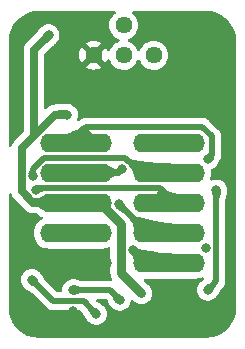
<source format=gbr>
%TF.GenerationSoftware,KiCad,Pcbnew,(7.0.0-rc2-224-g3ecd6ec186)*%
%TF.CreationDate,2023-02-20T11:58:51+01:00*%
%TF.ProjectId,TA726,54413732-362e-46b6-9963-61645f706362,rev?*%
%TF.SameCoordinates,Original*%
%TF.FileFunction,Copper,L2,Bot*%
%TF.FilePolarity,Positive*%
%FSLAX46Y46*%
G04 Gerber Fmt 4.6, Leading zero omitted, Abs format (unit mm)*
G04 Created by KiCad (PCBNEW (7.0.0-rc2-224-g3ecd6ec186)) date 2023-02-20 11:58:51*
%MOMM*%
%LPD*%
G01*
G04 APERTURE LIST*
%TA.AperFunction,ComponentPad*%
%ADD10C,1.440000*%
%TD*%
%TA.AperFunction,SMDPad,CuDef*%
%ADD11O,6.100000X1.600000*%
%TD*%
%TA.AperFunction,ViaPad*%
%ADD12C,0.800000*%
%TD*%
%TA.AperFunction,Conductor*%
%ADD13C,0.500000*%
%TD*%
%TA.AperFunction,Conductor*%
%ADD14C,0.700000*%
%TD*%
%TA.AperFunction,Conductor*%
%ADD15C,0.800000*%
%TD*%
G04 APERTURE END LIST*
D10*
%TO.P,RV1,1,1*%
%TO.N,Net-(R1-Pad1)*%
X213842600Y-81864200D03*
%TO.P,RV1,2,2*%
%TO.N,Net-(U2--)*%
X211302600Y-79324200D03*
X211302600Y-81864200D03*
%TO.P,RV1,3,3*%
%TO.N,GND*%
X208762600Y-81864200D03*
%TD*%
D11*
%TO.P,J1,1,Pin_1*%
%TO.N,GND*%
X207247462Y-99466399D03*
%TO.P,J1,2,Pin_2*%
%TO.N,unconnected-(J1-Pin_2-Pad2)*%
X207247462Y-96926399D03*
%TO.P,J1,3,Pin_3*%
%TO.N,VCC*%
X207247462Y-94386399D03*
%TO.P,J1,4,Pin_4*%
%TO.N,/C2*%
X207247462Y-91846399D03*
%TO.P,J1,5,Pin_5*%
%TO.N,/E2*%
X207247462Y-89306399D03*
%TO.P,J1,6,Pin_6*%
%TO.N,/B4*%
X215137462Y-89306399D03*
%TO.P,J1,7,Pin_7*%
%TO.N,/B1*%
X215137462Y-91846399D03*
%TO.P,J1,8,Pin_8*%
%TO.N,/E1*%
X215137462Y-94386399D03*
%TO.P,J1,9,Pin_9*%
%TO.N,/C1*%
X215137462Y-96926399D03*
%TO.P,J1,10,Pin_10*%
%TO.N,Net-(J1-Pin_10)*%
X215137462Y-99466399D03*
%TD*%
D12*
%TO.N,Net-(D1-K)*%
X219150500Y-93296583D03*
X218414600Y-101741400D03*
%TO.N,/B4*%
X217551399Y-89331800D03*
%TO.N,/B1*%
X203602170Y-92066322D03*
%TO.N,/E1*%
X203848512Y-93249888D03*
%TO.N,/C1*%
X210892336Y-94500109D03*
%TO.N,/E2*%
X218450999Y-90650000D03*
%TO.N,/C2*%
X211171812Y-91494588D03*
%TO.N,VCC*%
X206502000Y-86893400D03*
X204950000Y-80150000D03*
X212797600Y-102010000D03*
%TO.N,GND*%
X217653305Y-80150001D03*
X207035400Y-103555800D03*
X215200001Y-86334602D03*
X203860400Y-99430000D03*
X204950000Y-83750000D03*
X218299998Y-98200000D03*
%TO.N,Net-(U1-E3)*%
X207010000Y-101741398D03*
X210972400Y-102590600D03*
%TO.N,/B2*%
X208991200Y-103784400D03*
X203517500Y-100876100D03*
%TO.N,Net-(J1-Pin_10)*%
X212090000Y-98348800D03*
%TD*%
D13*
%TO.N,Net-(D1-K)*%
X218414600Y-101741400D02*
X219150000Y-101006000D01*
X219150000Y-101006000D02*
X219150000Y-93297083D01*
X219150000Y-93297083D02*
X219150500Y-93296583D01*
%TO.N,/B1*%
X211441299Y-90562699D02*
X204513397Y-90562699D01*
X212725000Y-91846400D02*
X211441299Y-90562699D01*
X203602170Y-91473926D02*
X203602170Y-92066322D01*
X204513397Y-90562699D02*
X203602170Y-91473926D01*
%TO.N,/E1*%
X203962000Y-93136400D02*
X203848512Y-93249888D01*
X215637463Y-94386400D02*
X214387463Y-93136400D01*
X214387463Y-93136400D02*
X203962000Y-93136400D01*
%TO.N,/C1*%
X213318627Y-96926400D02*
X210892336Y-94500109D01*
%TO.N,/E2*%
X218787463Y-88726501D02*
X218787463Y-90313536D01*
X208147463Y-87906400D02*
X217967362Y-87906400D01*
X217967362Y-87906400D02*
X218787463Y-88726501D01*
X206747463Y-89306400D02*
X208147463Y-87906400D01*
X218787463Y-90313536D02*
X218450999Y-90650000D01*
%TO.N,/C2*%
X210820000Y-91846400D02*
X211171812Y-91494588D01*
X206747463Y-91846400D02*
X210820000Y-91846400D01*
D14*
%TO.N,VCC*%
X205501275Y-86893400D02*
X203697337Y-88697337D01*
X202650000Y-93394172D02*
X203642228Y-94386400D01*
D15*
X211090000Y-100302400D02*
X211090000Y-96155000D01*
D14*
X203697337Y-88697337D02*
X202650000Y-89744675D01*
X203697337Y-81402663D02*
X204950000Y-80150000D01*
X203642228Y-94386400D02*
X206747463Y-94386400D01*
D15*
X212797600Y-102010000D02*
X211090000Y-100302400D01*
D14*
X203697337Y-88697337D02*
X203697337Y-81402663D01*
X202650000Y-89744675D02*
X202650000Y-93394172D01*
X206502000Y-86893400D02*
X205501275Y-86893400D01*
D15*
X211090000Y-96155000D02*
X209321400Y-94386400D01*
D13*
%TO.N,GND*%
X206185000Y-99430000D02*
X203860400Y-99430000D01*
%TO.N,Net-(U1-E3)*%
X210972400Y-102590600D02*
X210123198Y-101741398D01*
X210123198Y-101741398D02*
X207010000Y-101741398D01*
%TO.N,/B2*%
X207913100Y-102706300D02*
X208991200Y-103784400D01*
X205347700Y-102706300D02*
X207913100Y-102706300D01*
X203517500Y-100876100D02*
X205347700Y-102706300D01*
%TO.N,Net-(J1-Pin_10)*%
X213207600Y-99466400D02*
X212090000Y-98348800D01*
%TD*%
%TA.AperFunction,Conductor*%
%TO.N,GND*%
G36*
X210556207Y-78129373D02*
G01*
X210601249Y-78172116D01*
X210619921Y-78231337D01*
X210607541Y-78292184D01*
X210567214Y-78339401D01*
X210514354Y-78376413D01*
X210514349Y-78376416D01*
X210509919Y-78379519D01*
X210506095Y-78383342D01*
X210506089Y-78383348D01*
X210361748Y-78527689D01*
X210361742Y-78527695D01*
X210357919Y-78531519D01*
X210354816Y-78535949D01*
X210354813Y-78535954D01*
X210237732Y-78703164D01*
X210237727Y-78703171D01*
X210234624Y-78707604D01*
X210232336Y-78712510D01*
X210232334Y-78712514D01*
X210146065Y-78897516D01*
X210146060Y-78897527D01*
X210143778Y-78902423D01*
X210142378Y-78907645D01*
X210142377Y-78907650D01*
X210089543Y-79104825D01*
X210089540Y-79104837D01*
X210088142Y-79110058D01*
X210087670Y-79115447D01*
X210087669Y-79115456D01*
X210076642Y-79241500D01*
X210069407Y-79324200D01*
X210069879Y-79329595D01*
X210087669Y-79532943D01*
X210087670Y-79532950D01*
X210088142Y-79538342D01*
X210089541Y-79543563D01*
X210089543Y-79543574D01*
X210138634Y-79726781D01*
X210143778Y-79745977D01*
X210146062Y-79750876D01*
X210146065Y-79750883D01*
X210200599Y-79867831D01*
X210234624Y-79940797D01*
X210237731Y-79945234D01*
X210237732Y-79945236D01*
X210276519Y-80000630D01*
X210357919Y-80116881D01*
X210509919Y-80268881D01*
X210686003Y-80392176D01*
X210835244Y-80461768D01*
X210878241Y-80481818D01*
X210930416Y-80527575D01*
X210949836Y-80594200D01*
X210930417Y-80660825D01*
X210878241Y-80706582D01*
X210690914Y-80793934D01*
X210690910Y-80793936D01*
X210686004Y-80796224D01*
X210681571Y-80799327D01*
X210681564Y-80799332D01*
X210514354Y-80916413D01*
X210514349Y-80916416D01*
X210509919Y-80919519D01*
X210506095Y-80923342D01*
X210506089Y-80923348D01*
X210361748Y-81067689D01*
X210361742Y-81067695D01*
X210357919Y-81071519D01*
X210354816Y-81075949D01*
X210354813Y-81075954D01*
X210237732Y-81243164D01*
X210237727Y-81243171D01*
X210234624Y-81247604D01*
X210232336Y-81252510D01*
X210232334Y-81252514D01*
X210167729Y-81391061D01*
X210143778Y-81442423D01*
X210143615Y-81443029D01*
X210111024Y-81491340D01*
X210058049Y-81519503D01*
X209998053Y-81519499D01*
X209945082Y-81491329D01*
X209913907Y-81445107D01*
X209913404Y-81445342D01*
X209911920Y-81442160D01*
X209911535Y-81441589D01*
X209911112Y-81440427D01*
X209825478Y-81256784D01*
X209820079Y-81247432D01*
X209791971Y-81207289D01*
X209783862Y-81199858D01*
X209774579Y-81205772D01*
X209127695Y-81852657D01*
X209121031Y-81864200D01*
X209127695Y-81875742D01*
X209774579Y-82522626D01*
X209783861Y-82528539D01*
X209791973Y-82521107D01*
X209820079Y-82480967D01*
X209825476Y-82471619D01*
X209911111Y-82287973D01*
X209911533Y-82286816D01*
X209911917Y-82286245D01*
X209913404Y-82283058D01*
X209913908Y-82283293D01*
X209945078Y-82237073D01*
X209998051Y-82208901D01*
X210058049Y-82208896D01*
X210111026Y-82237060D01*
X210143615Y-82285370D01*
X210143778Y-82285977D01*
X210146064Y-82290879D01*
X210146065Y-82290882D01*
X210221134Y-82451868D01*
X210234624Y-82480797D01*
X210357919Y-82656881D01*
X210509919Y-82808881D01*
X210686003Y-82932176D01*
X210880823Y-83023022D01*
X211035050Y-83064347D01*
X211083225Y-83077256D01*
X211083227Y-83077256D01*
X211088458Y-83078658D01*
X211302600Y-83097393D01*
X211516742Y-83078658D01*
X211724377Y-83023022D01*
X211919197Y-82932176D01*
X212095281Y-82808881D01*
X212247281Y-82656881D01*
X212370576Y-82480797D01*
X212460217Y-82288559D01*
X212505975Y-82236383D01*
X212572600Y-82216963D01*
X212639225Y-82236383D01*
X212684982Y-82288559D01*
X212772331Y-82475882D01*
X212772336Y-82475891D01*
X212774624Y-82480797D01*
X212897919Y-82656881D01*
X213049919Y-82808881D01*
X213226003Y-82932176D01*
X213420823Y-83023022D01*
X213575050Y-83064347D01*
X213623225Y-83077256D01*
X213623227Y-83077256D01*
X213628458Y-83078658D01*
X213842600Y-83097393D01*
X214056742Y-83078658D01*
X214264377Y-83023022D01*
X214459197Y-82932176D01*
X214635281Y-82808881D01*
X214787281Y-82656881D01*
X214910576Y-82480797D01*
X215001422Y-82285977D01*
X215057058Y-82078342D01*
X215075793Y-81864200D01*
X215057058Y-81650058D01*
X215001422Y-81442423D01*
X214910576Y-81247604D01*
X214787281Y-81071519D01*
X214635281Y-80919519D01*
X214483967Y-80813568D01*
X214463636Y-80799332D01*
X214463634Y-80799331D01*
X214459197Y-80796224D01*
X214397326Y-80767373D01*
X214269283Y-80707665D01*
X214269276Y-80707662D01*
X214264377Y-80705378D01*
X214259150Y-80703977D01*
X214259149Y-80703977D01*
X214061974Y-80651143D01*
X214061963Y-80651141D01*
X214056742Y-80649742D01*
X214051350Y-80649270D01*
X214051343Y-80649269D01*
X213847995Y-80631479D01*
X213842600Y-80631007D01*
X213837205Y-80631479D01*
X213633856Y-80649269D01*
X213633847Y-80649270D01*
X213628458Y-80649742D01*
X213623237Y-80651140D01*
X213623225Y-80651143D01*
X213426050Y-80703977D01*
X213426045Y-80703978D01*
X213420823Y-80705378D01*
X213415927Y-80707660D01*
X213415916Y-80707665D01*
X213230914Y-80793934D01*
X213230910Y-80793936D01*
X213226004Y-80796224D01*
X213221571Y-80799327D01*
X213221564Y-80799332D01*
X213054354Y-80916413D01*
X213054349Y-80916416D01*
X213049919Y-80919519D01*
X213046095Y-80923342D01*
X213046089Y-80923348D01*
X212901748Y-81067689D01*
X212901742Y-81067695D01*
X212897919Y-81071519D01*
X212894816Y-81075949D01*
X212894813Y-81075954D01*
X212777732Y-81243164D01*
X212777727Y-81243171D01*
X212774624Y-81247604D01*
X212772336Y-81252510D01*
X212772334Y-81252514D01*
X212684982Y-81439841D01*
X212639225Y-81492017D01*
X212572600Y-81511436D01*
X212505975Y-81492017D01*
X212460218Y-81439841D01*
X212417791Y-81348857D01*
X212370576Y-81247604D01*
X212247281Y-81071519D01*
X212095281Y-80919519D01*
X211943967Y-80813568D01*
X211923636Y-80799332D01*
X211923634Y-80799331D01*
X211919197Y-80796224D01*
X211914291Y-80793936D01*
X211914282Y-80793931D01*
X211726959Y-80706582D01*
X211674783Y-80660825D01*
X211655363Y-80594200D01*
X211674783Y-80527575D01*
X211726959Y-80481818D01*
X211914282Y-80394468D01*
X211914282Y-80394467D01*
X211919197Y-80392176D01*
X212095281Y-80268881D01*
X212247281Y-80116881D01*
X212370576Y-79940797D01*
X212461422Y-79745977D01*
X212517058Y-79538342D01*
X212535793Y-79324200D01*
X212517058Y-79110058D01*
X212461422Y-78902423D01*
X212370576Y-78707604D01*
X212247281Y-78531519D01*
X212095281Y-78379519D01*
X212037985Y-78339400D01*
X211997659Y-78292184D01*
X211985279Y-78231337D01*
X212003951Y-78172116D01*
X212048993Y-78129373D01*
X212109109Y-78113826D01*
X218309974Y-78113826D01*
X218317461Y-78114051D01*
X218414413Y-78119917D01*
X218414404Y-78119917D01*
X218616280Y-78133135D01*
X218630485Y-78134895D01*
X218763773Y-78159322D01*
X218765492Y-78159651D01*
X218925849Y-78191550D01*
X218938506Y-78194771D01*
X219074316Y-78237092D01*
X219077169Y-78238021D01*
X219225580Y-78288401D01*
X219236612Y-78292745D01*
X219368772Y-78352226D01*
X219372663Y-78354061D01*
X219510779Y-78422173D01*
X219520054Y-78427251D01*
X219589919Y-78469487D01*
X219645203Y-78502908D01*
X219649943Y-78505922D01*
X219776890Y-78590746D01*
X219784470Y-78596236D01*
X219820864Y-78624749D01*
X219900077Y-78686810D01*
X219905362Y-78691192D01*
X220019755Y-78791513D01*
X220025677Y-78797060D01*
X220129656Y-78901039D01*
X220135204Y-78906962D01*
X220235522Y-79021354D01*
X220239904Y-79026639D01*
X220330473Y-79142243D01*
X220335965Y-79149826D01*
X220420797Y-79276788D01*
X220423811Y-79281529D01*
X220499448Y-79406649D01*
X220504543Y-79415954D01*
X220572627Y-79554014D01*
X220574491Y-79557967D01*
X220633965Y-79690113D01*
X220638309Y-79701147D01*
X220688675Y-79849525D01*
X220689640Y-79852491D01*
X220731927Y-79988191D01*
X220735159Y-80000891D01*
X220767048Y-80161211D01*
X220767400Y-80163051D01*
X220791804Y-80296222D01*
X220793570Y-80310463D01*
X220806559Y-80508644D01*
X220806598Y-80509265D01*
X220812674Y-80609692D01*
X220812900Y-80617181D01*
X220812900Y-103279248D01*
X220812674Y-103286737D01*
X220807025Y-103380103D01*
X220806985Y-103380734D01*
X220793517Y-103585974D01*
X220791752Y-103600205D01*
X220768045Y-103729572D01*
X220767693Y-103731412D01*
X220735037Y-103895584D01*
X220731806Y-103908283D01*
X220690275Y-104041563D01*
X220689308Y-104044532D01*
X220638111Y-104195353D01*
X220633768Y-104206385D01*
X220575124Y-104336687D01*
X220573260Y-104340640D01*
X220504252Y-104480575D01*
X220499157Y-104489880D01*
X220424417Y-104613517D01*
X220421403Y-104618258D01*
X220335563Y-104746728D01*
X220330071Y-104754310D01*
X220240502Y-104868638D01*
X220236119Y-104873925D01*
X220134663Y-104989613D01*
X220129117Y-104995534D01*
X220026259Y-105098394D01*
X220020337Y-105103942D01*
X219904639Y-105205408D01*
X219899353Y-105209790D01*
X219785038Y-105299351D01*
X219777455Y-105304843D01*
X219648978Y-105390690D01*
X219644238Y-105393704D01*
X219520598Y-105468448D01*
X219511292Y-105473544D01*
X219371350Y-105542557D01*
X219367397Y-105544420D01*
X219237119Y-105603054D01*
X219226087Y-105607398D01*
X219075254Y-105658601D01*
X219072285Y-105659567D01*
X218939007Y-105701099D01*
X218926309Y-105704331D01*
X218762136Y-105736989D01*
X218760295Y-105737341D01*
X218630938Y-105761047D01*
X218616698Y-105762812D01*
X218408042Y-105776491D01*
X218407418Y-105776531D01*
X218317883Y-105781948D01*
X218310395Y-105782174D01*
X204074951Y-105782174D01*
X204067465Y-105781948D01*
X204058974Y-105781434D01*
X203972623Y-105776210D01*
X203972002Y-105776171D01*
X203768439Y-105762829D01*
X203754198Y-105761063D01*
X203622944Y-105737011D01*
X203621103Y-105736659D01*
X203458850Y-105704384D01*
X203446152Y-105701152D01*
X203311644Y-105659238D01*
X203308675Y-105658272D01*
X203159103Y-105607499D01*
X203148071Y-105603156D01*
X203016833Y-105544091D01*
X203012880Y-105542227D01*
X202873889Y-105473684D01*
X202864583Y-105468589D01*
X202740197Y-105393395D01*
X202735456Y-105390380D01*
X202607751Y-105305050D01*
X202600169Y-105299559D01*
X202485199Y-105209486D01*
X202479913Y-105205103D01*
X202364865Y-105104208D01*
X202358943Y-105098661D01*
X202255537Y-104995255D01*
X202249990Y-104989333D01*
X202149095Y-104874285D01*
X202144712Y-104868999D01*
X202144429Y-104868638D01*
X202054636Y-104754026D01*
X202049148Y-104746447D01*
X201987742Y-104654546D01*
X201963802Y-104618718D01*
X201960819Y-104614027D01*
X201885600Y-104489599D01*
X201880523Y-104480326D01*
X201811951Y-104341277D01*
X201810127Y-104337408D01*
X201751036Y-104206111D01*
X201746706Y-104195114D01*
X201695896Y-104045432D01*
X201694990Y-104042648D01*
X201653043Y-103908035D01*
X201649817Y-103895360D01*
X201617498Y-103732881D01*
X201617227Y-103731463D01*
X201593133Y-103599987D01*
X201591370Y-103585772D01*
X201578014Y-103381999D01*
X201572251Y-103286735D01*
X201572026Y-103279251D01*
X201572026Y-93646584D01*
X201590829Y-93580937D01*
X201641534Y-93535199D01*
X201708766Y-93523240D01*
X201772134Y-93548688D01*
X201812420Y-93603824D01*
X201839574Y-93677739D01*
X201840689Y-93680905D01*
X201866252Y-93756772D01*
X201869718Y-93762533D01*
X201871826Y-93767089D01*
X201874042Y-93771557D01*
X201876359Y-93777862D01*
X201879980Y-93783527D01*
X201879981Y-93783529D01*
X201919485Y-93845335D01*
X201921249Y-93848177D01*
X201962524Y-93916777D01*
X201967153Y-93921664D01*
X201970194Y-93925664D01*
X201973302Y-93929531D01*
X201976928Y-93935203D01*
X201981685Y-93939959D01*
X201981685Y-93939960D01*
X202033558Y-93991833D01*
X202035900Y-93994239D01*
X202086316Y-94047463D01*
X202086318Y-94047465D01*
X202090942Y-94052346D01*
X202096507Y-94056119D01*
X202101545Y-94060398D01*
X202108951Y-94067226D01*
X203006941Y-94965216D01*
X203013768Y-94972621D01*
X203044004Y-95008218D01*
X203044007Y-95008220D01*
X203048357Y-95013342D01*
X203053706Y-95017408D01*
X203053708Y-95017410D01*
X203112102Y-95061799D01*
X203114737Y-95063859D01*
X203177141Y-95114021D01*
X203183163Y-95117007D01*
X203187379Y-95119702D01*
X203191659Y-95122277D01*
X203197015Y-95126349D01*
X203203119Y-95129173D01*
X203269668Y-95159962D01*
X203272698Y-95161413D01*
X203344431Y-95196990D01*
X203350959Y-95198613D01*
X203355647Y-95200335D01*
X203360382Y-95201930D01*
X203366491Y-95204757D01*
X203444702Y-95221972D01*
X203447957Y-95222735D01*
X203525646Y-95242056D01*
X203532374Y-95242238D01*
X203537355Y-95242917D01*
X203542291Y-95243453D01*
X203548861Y-95244900D01*
X203628928Y-95244900D01*
X203632286Y-95244945D01*
X203712313Y-95247113D01*
X203718922Y-95245844D01*
X203725503Y-95245309D01*
X203735570Y-95244900D01*
X203866106Y-95244900D01*
X203924808Y-95259675D01*
X204073869Y-95339786D01*
X204081570Y-95344291D01*
X204135052Y-95378213D01*
X204148344Y-95387938D01*
X204149332Y-95388767D01*
X204153163Y-95392598D01*
X204340714Y-95523923D01*
X204383809Y-95544018D01*
X204435984Y-95589775D01*
X204455404Y-95656400D01*
X204435984Y-95723025D01*
X204383809Y-95768781D01*
X204365811Y-95777173D01*
X204345624Y-95786587D01*
X204345619Y-95786589D01*
X204340714Y-95788877D01*
X204336280Y-95791981D01*
X204336276Y-95791984D01*
X204157597Y-95917096D01*
X204157587Y-95917103D01*
X204153163Y-95920202D01*
X204149337Y-95924027D01*
X204149331Y-95924033D01*
X203995096Y-96078268D01*
X203995090Y-96078274D01*
X203991265Y-96082100D01*
X203988166Y-96086524D01*
X203988159Y-96086534D01*
X203863047Y-96265213D01*
X203863044Y-96265217D01*
X203859940Y-96269651D01*
X203857651Y-96274559D01*
X203857648Y-96274565D01*
X203765465Y-96472253D01*
X203765462Y-96472260D01*
X203763179Y-96477157D01*
X203761782Y-96482367D01*
X203761779Y-96482378D01*
X203705321Y-96693080D01*
X203705318Y-96693092D01*
X203703920Y-96698313D01*
X203703448Y-96703702D01*
X203703447Y-96703711D01*
X203684437Y-96921005D01*
X203683965Y-96926400D01*
X203684437Y-96931795D01*
X203703447Y-97149088D01*
X203703448Y-97149095D01*
X203703920Y-97154487D01*
X203705319Y-97159708D01*
X203705321Y-97159719D01*
X203761779Y-97370421D01*
X203761781Y-97370428D01*
X203763179Y-97375643D01*
X203859940Y-97583149D01*
X203863047Y-97587586D01*
X203988159Y-97766265D01*
X203988162Y-97766269D01*
X203991265Y-97770700D01*
X204153163Y-97932598D01*
X204157595Y-97935701D01*
X204157597Y-97935703D01*
X204222922Y-97981444D01*
X204340714Y-98063923D01*
X204548220Y-98160684D01*
X204553440Y-98162082D01*
X204553441Y-98162083D01*
X204764143Y-98218541D01*
X204764145Y-98218541D01*
X204769376Y-98219943D01*
X204940336Y-98234900D01*
X209551881Y-98234900D01*
X209554590Y-98234900D01*
X209725550Y-98219943D01*
X209946706Y-98160684D01*
X210005098Y-98133455D01*
X210065610Y-98122103D01*
X210124125Y-98141257D01*
X210166214Y-98186195D01*
X210181500Y-98245838D01*
X210181500Y-100221144D01*
X210179972Y-100240542D01*
X210177748Y-100254590D01*
X210178088Y-100261078D01*
X210178088Y-100261080D01*
X210181330Y-100322937D01*
X210181500Y-100329427D01*
X210181500Y-100350010D01*
X210181837Y-100353224D01*
X210181838Y-100353229D01*
X210183651Y-100370483D01*
X210184159Y-100376944D01*
X210187402Y-100438815D01*
X210187403Y-100438823D01*
X210187743Y-100445303D01*
X210191425Y-100459045D01*
X210194968Y-100478163D01*
X210195778Y-100485865D01*
X210195779Y-100485870D01*
X210196458Y-100492328D01*
X210198465Y-100498505D01*
X210217613Y-100557439D01*
X210219456Y-100563660D01*
X210237171Y-100629770D01*
X210240117Y-100635553D01*
X210240119Y-100635557D01*
X210243632Y-100642451D01*
X210251073Y-100660416D01*
X210253464Y-100667775D01*
X210253465Y-100667779D01*
X210255473Y-100673956D01*
X210258723Y-100679586D01*
X210258724Y-100679587D01*
X210289697Y-100733233D01*
X210292781Y-100738912D01*
X210323871Y-100799930D01*
X210323872Y-100799931D01*
X210322111Y-100800828D01*
X210339386Y-100858312D01*
X210320471Y-100925144D01*
X210268586Y-100971321D01*
X210211854Y-100980448D01*
X210211854Y-100982898D01*
X210211370Y-100982898D01*
X210203981Y-100982575D01*
X210203968Y-100982724D01*
X210202433Y-100982589D01*
X210201043Y-100982447D01*
X210200560Y-100982426D01*
X210196827Y-100982099D01*
X210189756Y-100980639D01*
X210182547Y-100980848D01*
X210182539Y-100980848D01*
X210113905Y-100982846D01*
X210110299Y-100982898D01*
X207874538Y-100982898D01*
X207853438Y-100981090D01*
X207841900Y-100979097D01*
X207841887Y-100979095D01*
X207839059Y-100978607D01*
X207836198Y-100978384D01*
X207836180Y-100978382D01*
X207707567Y-100968371D01*
X207685306Y-100964575D01*
X207631254Y-100950192D01*
X207619988Y-100946611D01*
X207554256Y-100922206D01*
X207530119Y-100913245D01*
X207530113Y-100913243D01*
X207529467Y-100913003D01*
X207528844Y-100912788D01*
X207528804Y-100912774D01*
X207507215Y-100905335D01*
X207507155Y-100905315D01*
X207506490Y-100905086D01*
X207505425Y-100904747D01*
X207504696Y-100904534D01*
X207482443Y-100898035D01*
X207482431Y-100898031D01*
X207481720Y-100897824D01*
X207437940Y-100886174D01*
X207344842Y-100861400D01*
X207344813Y-100861393D01*
X207343479Y-100861038D01*
X207297582Y-100851048D01*
X207295496Y-100850693D01*
X207294121Y-100850522D01*
X207294088Y-100850518D01*
X207250621Y-100845140D01*
X207250617Y-100845139D01*
X207249198Y-100844964D01*
X207247798Y-100844855D01*
X207247778Y-100844853D01*
X207114345Y-100834466D01*
X207111744Y-100834228D01*
X207105487Y-100832898D01*
X207098998Y-100832898D01*
X207098979Y-100832896D01*
X207089389Y-100832524D01*
X207083984Y-100832103D01*
X207066668Y-100830755D01*
X207066662Y-100830754D01*
X207062424Y-100830425D01*
X207058181Y-100830678D01*
X207058173Y-100830678D01*
X207024651Y-100832678D01*
X207017268Y-100832898D01*
X206914513Y-100832898D01*
X206908154Y-100834249D01*
X206908150Y-100834250D01*
X206734072Y-100871251D01*
X206734061Y-100871254D01*
X206727712Y-100872604D01*
X206721782Y-100875243D01*
X206721773Y-100875247D01*
X206559182Y-100947637D01*
X206559174Y-100947641D01*
X206553248Y-100950280D01*
X206547999Y-100954093D01*
X206547993Y-100954097D01*
X206404000Y-101058714D01*
X206403991Y-101058721D01*
X206398747Y-101062532D01*
X206394403Y-101067355D01*
X206394400Y-101067359D01*
X206275307Y-101199626D01*
X206270960Y-101204454D01*
X206267714Y-101210074D01*
X206267711Y-101210080D01*
X206178721Y-101364215D01*
X206178718Y-101364220D01*
X206175473Y-101369842D01*
X206173467Y-101376014D01*
X206173465Y-101376020D01*
X206118465Y-101545290D01*
X206118465Y-101545292D01*
X206116458Y-101551470D01*
X206115780Y-101557920D01*
X206115778Y-101557930D01*
X206101669Y-101692181D01*
X206096496Y-101741398D01*
X206097175Y-101747858D01*
X206097175Y-101747859D01*
X206103794Y-101810839D01*
X206091923Y-101878159D01*
X206046183Y-101928958D01*
X205980473Y-101947800D01*
X205713243Y-101947800D01*
X205665790Y-101938361D01*
X205625562Y-101911481D01*
X204665160Y-100951079D01*
X204651518Y-100934879D01*
X204644786Y-100925336D01*
X204644774Y-100925321D01*
X204643108Y-100922959D01*
X204557366Y-100822742D01*
X204544307Y-100804315D01*
X204541765Y-100799930D01*
X204518861Y-100760415D01*
X204516258Y-100755924D01*
X204510823Y-100745422D01*
X204490951Y-100702083D01*
X204470572Y-100657637D01*
X204459821Y-100635595D01*
X204459308Y-100634604D01*
X204447547Y-100613153D01*
X204375819Y-100489409D01*
X204350563Y-100450079D01*
X204349331Y-100448340D01*
X204320510Y-100411361D01*
X204247634Y-100326181D01*
X204201489Y-100272245D01*
X204201486Y-100272242D01*
X204198727Y-100269017D01*
X204177329Y-100250025D01*
X204167491Y-100240257D01*
X204159067Y-100230901D01*
X204128753Y-100197234D01*
X204123503Y-100193419D01*
X204123499Y-100193416D01*
X203979506Y-100088799D01*
X203979504Y-100088797D01*
X203974252Y-100084982D01*
X203968321Y-100082341D01*
X203968317Y-100082339D01*
X203805726Y-100009949D01*
X203805719Y-100009946D01*
X203799788Y-100007306D01*
X203793435Y-100005955D01*
X203793427Y-100005953D01*
X203619349Y-99968952D01*
X203619346Y-99968951D01*
X203612987Y-99967600D01*
X203422013Y-99967600D01*
X203415654Y-99968951D01*
X203415650Y-99968952D01*
X203241572Y-100005953D01*
X203241561Y-100005956D01*
X203235212Y-100007306D01*
X203229282Y-100009945D01*
X203229273Y-100009949D01*
X203066682Y-100082339D01*
X203066674Y-100082343D01*
X203060748Y-100084982D01*
X203055499Y-100088795D01*
X203055493Y-100088799D01*
X202911500Y-100193416D01*
X202911491Y-100193423D01*
X202906247Y-100197234D01*
X202901903Y-100202057D01*
X202901900Y-100202061D01*
X202790143Y-100326181D01*
X202778460Y-100339156D01*
X202775214Y-100344776D01*
X202775211Y-100344782D01*
X202686221Y-100498917D01*
X202686218Y-100498922D01*
X202682973Y-100504544D01*
X202680967Y-100510716D01*
X202680965Y-100510722D01*
X202625965Y-100679992D01*
X202625963Y-100680001D01*
X202623958Y-100686172D01*
X202623280Y-100692622D01*
X202623278Y-100692632D01*
X202608391Y-100834285D01*
X202603996Y-100876100D01*
X202604675Y-100882560D01*
X202623278Y-101059567D01*
X202623279Y-101059575D01*
X202623958Y-101066028D01*
X202625963Y-101072200D01*
X202625965Y-101072207D01*
X202680200Y-101239123D01*
X202682973Y-101247656D01*
X202686220Y-101253280D01*
X202686221Y-101253282D01*
X202774915Y-101406905D01*
X202778460Y-101413044D01*
X202869054Y-101513659D01*
X202897536Y-101545292D01*
X202906247Y-101554966D01*
X202911504Y-101558785D01*
X202911506Y-101558787D01*
X202911616Y-101558867D01*
X202919341Y-101564962D01*
X202935940Y-101579163D01*
X203052761Y-101679110D01*
X203089740Y-101707931D01*
X203091479Y-101709163D01*
X203130809Y-101734419D01*
X203254553Y-101806147D01*
X203255183Y-101806492D01*
X203255200Y-101806502D01*
X203271156Y-101815250D01*
X203276004Y-101817908D01*
X203276995Y-101818421D01*
X203299037Y-101829172D01*
X203381747Y-101867096D01*
X203386822Y-101869423D01*
X203397324Y-101874858D01*
X203445717Y-101902908D01*
X203464142Y-101915966D01*
X203564359Y-102001708D01*
X203566721Y-102003374D01*
X203566736Y-102003386D01*
X203576279Y-102010118D01*
X203592479Y-102023760D01*
X204765895Y-103197176D01*
X204777673Y-103210803D01*
X204792231Y-103230358D01*
X204797767Y-103235003D01*
X204830632Y-103262580D01*
X204838608Y-103269889D01*
X204842600Y-103273881D01*
X204845431Y-103276119D01*
X204845435Y-103276123D01*
X204867169Y-103293308D01*
X204869967Y-103295587D01*
X204922522Y-103339686D01*
X204922527Y-103339689D01*
X204928060Y-103344332D01*
X204934518Y-103347575D01*
X204937635Y-103349625D01*
X204937787Y-103349735D01*
X204937961Y-103349832D01*
X204941124Y-103351783D01*
X204946795Y-103356267D01*
X204953344Y-103359321D01*
X204953346Y-103359322D01*
X205015530Y-103388319D01*
X205018777Y-103389891D01*
X205080048Y-103420663D01*
X205080050Y-103420663D01*
X205086512Y-103423909D01*
X205093550Y-103425576D01*
X205097022Y-103426840D01*
X205097222Y-103426923D01*
X205097402Y-103426974D01*
X205100940Y-103428146D01*
X205107494Y-103431203D01*
X205181800Y-103446545D01*
X205185272Y-103447315D01*
X205259044Y-103464800D01*
X205266276Y-103464800D01*
X205269955Y-103465230D01*
X205270168Y-103465264D01*
X205270338Y-103465272D01*
X205274069Y-103465598D01*
X205281142Y-103467059D01*
X205356992Y-103464852D01*
X205360599Y-103464800D01*
X207547557Y-103464800D01*
X207595010Y-103474239D01*
X207635238Y-103501119D01*
X207843537Y-103709418D01*
X207857178Y-103725616D01*
X207865590Y-103737539D01*
X207867468Y-103739734D01*
X207867475Y-103739743D01*
X207951330Y-103837755D01*
X207964390Y-103856183D01*
X207992439Y-103904574D01*
X207997874Y-103915075D01*
X208038125Y-104002859D01*
X208048876Y-104024902D01*
X208049389Y-104025893D01*
X208061150Y-104047345D01*
X208132879Y-104171090D01*
X208133627Y-104172255D01*
X208133643Y-104172281D01*
X208155544Y-104206385D01*
X208158135Y-104210419D01*
X208159367Y-104212158D01*
X208188188Y-104249137D01*
X208309972Y-104391482D01*
X208313147Y-104394300D01*
X208313151Y-104394304D01*
X208331369Y-104410473D01*
X208341207Y-104420241D01*
X208379947Y-104463266D01*
X208385197Y-104467080D01*
X208385200Y-104467083D01*
X208528063Y-104570879D01*
X208534448Y-104575518D01*
X208540381Y-104578159D01*
X208540382Y-104578160D01*
X208620882Y-104614001D01*
X208708912Y-104653194D01*
X208715270Y-104654545D01*
X208715272Y-104654546D01*
X208752074Y-104662368D01*
X208895713Y-104692900D01*
X209080184Y-104692900D01*
X209086687Y-104692900D01*
X209273488Y-104653194D01*
X209447952Y-104575518D01*
X209602453Y-104463266D01*
X209730240Y-104321344D01*
X209825727Y-104155956D01*
X209884742Y-103974328D01*
X209904704Y-103784400D01*
X209884742Y-103594472D01*
X209825727Y-103412844D01*
X209730240Y-103247456D01*
X209602453Y-103105534D01*
X209597073Y-103101625D01*
X209589351Y-103095531D01*
X209457026Y-102982319D01*
X209455939Y-102981389D01*
X209454843Y-102980534D01*
X209454820Y-102980516D01*
X209420081Y-102953442D01*
X209420074Y-102953437D01*
X209418958Y-102952567D01*
X209417219Y-102951335D01*
X209416011Y-102950559D01*
X209379081Y-102926843D01*
X209379055Y-102926827D01*
X209377890Y-102926079D01*
X209371288Y-102922252D01*
X209254780Y-102854718D01*
X209254775Y-102854715D01*
X209254145Y-102854350D01*
X209232693Y-102842589D01*
X209231702Y-102842076D01*
X209209659Y-102831325D01*
X209208989Y-102831018D01*
X209208962Y-102831005D01*
X209121875Y-102791074D01*
X209111374Y-102785639D01*
X209062983Y-102757590D01*
X209044554Y-102744529D01*
X209013685Y-102718118D01*
X208978974Y-102669465D01*
X208971054Y-102610227D01*
X208991764Y-102554164D01*
X209036294Y-102514301D01*
X209094298Y-102499898D01*
X209752216Y-102499898D01*
X209806721Y-102512519D01*
X209845975Y-102544435D01*
X209846789Y-102543739D01*
X209932530Y-102643955D01*
X209945590Y-102662383D01*
X209973639Y-102710774D01*
X209979074Y-102721275D01*
X210016895Y-102803761D01*
X210019325Y-102809059D01*
X210024856Y-102820399D01*
X210029676Y-102830283D01*
X210030076Y-102831102D01*
X210030589Y-102832093D01*
X210042350Y-102853545D01*
X210042715Y-102854175D01*
X210042718Y-102854180D01*
X210076580Y-102912597D01*
X210114079Y-102977290D01*
X210114827Y-102978455D01*
X210114843Y-102978481D01*
X210117308Y-102982319D01*
X210139335Y-103016619D01*
X210140567Y-103018358D01*
X210169388Y-103055337D01*
X210170301Y-103056404D01*
X210209063Y-103101711D01*
X210291172Y-103197682D01*
X210294347Y-103200500D01*
X210294351Y-103200504D01*
X210312569Y-103216673D01*
X210322407Y-103226441D01*
X210361147Y-103269466D01*
X210366397Y-103273280D01*
X210366400Y-103273283D01*
X210397099Y-103295587D01*
X210515648Y-103381718D01*
X210521581Y-103384359D01*
X210521582Y-103384360D01*
X210662065Y-103446907D01*
X210690112Y-103459394D01*
X210696470Y-103460745D01*
X210696472Y-103460746D01*
X210725185Y-103466849D01*
X210876913Y-103499100D01*
X211061384Y-103499100D01*
X211067887Y-103499100D01*
X211254688Y-103459394D01*
X211429152Y-103381718D01*
X211583653Y-103269466D01*
X211711440Y-103127544D01*
X211806927Y-102962156D01*
X211865942Y-102780528D01*
X211878463Y-102661394D01*
X211904403Y-102597591D01*
X211960390Y-102557471D01*
X212029149Y-102553415D01*
X212089464Y-102586677D01*
X212136078Y-102633291D01*
X212140547Y-102638000D01*
X212186347Y-102688866D01*
X212191600Y-102692683D01*
X212191604Y-102692686D01*
X212241725Y-102729101D01*
X212246864Y-102733043D01*
X212300070Y-102776129D01*
X212305860Y-102779079D01*
X212312747Y-102782588D01*
X212329335Y-102792753D01*
X212340848Y-102801118D01*
X212403423Y-102828977D01*
X212409231Y-102831748D01*
X212470230Y-102862829D01*
X212483974Y-102866511D01*
X212502314Y-102873007D01*
X212515312Y-102878794D01*
X212582265Y-102893025D01*
X212588552Y-102894533D01*
X212654696Y-102912257D01*
X212668898Y-102913001D01*
X212688189Y-102915540D01*
X212702113Y-102918500D01*
X212770572Y-102918500D01*
X212777061Y-102918669D01*
X212845410Y-102922252D01*
X212859457Y-102920027D01*
X212878856Y-102918500D01*
X212886585Y-102918500D01*
X212893087Y-102918500D01*
X212960088Y-102904257D01*
X212966375Y-102903092D01*
X213034032Y-102892377D01*
X213047313Y-102887278D01*
X213065971Y-102881752D01*
X213066969Y-102881539D01*
X213079888Y-102878794D01*
X213142448Y-102850939D01*
X213148386Y-102848479D01*
X213212322Y-102823938D01*
X213224254Y-102816188D01*
X213241357Y-102806903D01*
X213254352Y-102801118D01*
X213309743Y-102760872D01*
X213315048Y-102757225D01*
X213372487Y-102719926D01*
X213382547Y-102709864D01*
X213397351Y-102697222D01*
X213403596Y-102692685D01*
X213408853Y-102688866D01*
X213454670Y-102637978D01*
X213459103Y-102633308D01*
X213507526Y-102584887D01*
X213515276Y-102572950D01*
X213527121Y-102557514D01*
X213536640Y-102546944D01*
X213570867Y-102487659D01*
X213574255Y-102482133D01*
X213607994Y-102430180D01*
X213607995Y-102430176D01*
X213611538Y-102424722D01*
X213616638Y-102411434D01*
X213625014Y-102393876D01*
X213628878Y-102387183D01*
X213632127Y-102381556D01*
X213653293Y-102316411D01*
X213655446Y-102310336D01*
X213665874Y-102283171D01*
X213679977Y-102246432D01*
X213682202Y-102232381D01*
X213686743Y-102213465D01*
X213691142Y-102199928D01*
X213698297Y-102131842D01*
X213699145Y-102125406D01*
X213708835Y-102064230D01*
X213708834Y-102064230D01*
X213709852Y-102057810D01*
X213709107Y-102043601D01*
X213709617Y-102024144D01*
X213710424Y-102016465D01*
X213711104Y-102010000D01*
X213703944Y-101941884D01*
X213703439Y-101935459D01*
X213699857Y-101867096D01*
X213696175Y-101853356D01*
X213692629Y-101834227D01*
X213691142Y-101820072D01*
X213669984Y-101754956D01*
X213668141Y-101748733D01*
X213664306Y-101734419D01*
X213650429Y-101682630D01*
X213643970Y-101669954D01*
X213636524Y-101651979D01*
X213632127Y-101638444D01*
X213628878Y-101632817D01*
X213628876Y-101632812D01*
X213597901Y-101579163D01*
X213594801Y-101573455D01*
X213587368Y-101558867D01*
X213563729Y-101512470D01*
X213559640Y-101507420D01*
X213559636Y-101507414D01*
X213554770Y-101501405D01*
X213543752Y-101485373D01*
X213539890Y-101478684D01*
X213539887Y-101478680D01*
X213536640Y-101473056D01*
X213532294Y-101468229D01*
X213532291Y-101468225D01*
X213490839Y-101422187D01*
X213486625Y-101417254D01*
X213475711Y-101403777D01*
X213473672Y-101401259D01*
X213459120Y-101386707D01*
X213454651Y-101381998D01*
X213449268Y-101376020D01*
X213408853Y-101331134D01*
X213403598Y-101327316D01*
X213403596Y-101327314D01*
X213397339Y-101322768D01*
X213382545Y-101310132D01*
X213058994Y-100986581D01*
X213028744Y-100937218D01*
X213024202Y-100879502D01*
X213046357Y-100826015D01*
X213090380Y-100788415D01*
X213146675Y-100774900D01*
X217441881Y-100774900D01*
X217444590Y-100774900D01*
X217615550Y-100759943D01*
X217836706Y-100700684D01*
X217903683Y-100669452D01*
X217964119Y-100658096D01*
X218022583Y-100677174D01*
X218064690Y-100721996D01*
X218080084Y-100781536D01*
X218064977Y-100841150D01*
X218023086Y-100886174D01*
X217989778Y-100907562D01*
X217989734Y-100907591D01*
X217988578Y-100908334D01*
X217986846Y-100909561D01*
X217985742Y-100910421D01*
X217985713Y-100910443D01*
X217950968Y-100937523D01*
X217950939Y-100937546D01*
X217949857Y-100938390D01*
X217948791Y-100939301D01*
X217948780Y-100939311D01*
X217816431Y-101052544D01*
X217808714Y-101058634D01*
X217808607Y-101058711D01*
X217808604Y-101058714D01*
X217803347Y-101062534D01*
X217799002Y-101067359D01*
X217798996Y-101067365D01*
X217696105Y-101181638D01*
X217675560Y-101204456D01*
X217672314Y-101210076D01*
X217672311Y-101210082D01*
X217583321Y-101364217D01*
X217583318Y-101364222D01*
X217580073Y-101369844D01*
X217578067Y-101376016D01*
X217578065Y-101376022D01*
X217523065Y-101545292D01*
X217523063Y-101545301D01*
X217521058Y-101551472D01*
X217520380Y-101557922D01*
X217520378Y-101557932D01*
X217504614Y-101707931D01*
X217501096Y-101741400D01*
X217501775Y-101747859D01*
X217501775Y-101747860D01*
X217520378Y-101924867D01*
X217520379Y-101924875D01*
X217521058Y-101931328D01*
X217523063Y-101937500D01*
X217523065Y-101937507D01*
X217578065Y-102106777D01*
X217580073Y-102112956D01*
X217583320Y-102118580D01*
X217583321Y-102118582D01*
X217657135Y-102246432D01*
X217675560Y-102278344D01*
X217803347Y-102420266D01*
X217808597Y-102424080D01*
X217808600Y-102424083D01*
X217944933Y-102523135D01*
X217957848Y-102532518D01*
X217963781Y-102535159D01*
X217963782Y-102535160D01*
X218085798Y-102589485D01*
X218132312Y-102610194D01*
X218138670Y-102611545D01*
X218138672Y-102611546D01*
X218175474Y-102619368D01*
X218319113Y-102649900D01*
X218503584Y-102649900D01*
X218510087Y-102649900D01*
X218696888Y-102610194D01*
X218871352Y-102532518D01*
X219025853Y-102420266D01*
X219064601Y-102377230D01*
X219074430Y-102367472D01*
X219095829Y-102348481D01*
X219217612Y-102206136D01*
X219246431Y-102169158D01*
X219247663Y-102167419D01*
X219272920Y-102128088D01*
X219344648Y-102004343D01*
X219356408Y-101982893D01*
X219356921Y-101981902D01*
X219367671Y-101959862D01*
X219407926Y-101872065D01*
X219413349Y-101861587D01*
X219441414Y-101813171D01*
X219454460Y-101794763D01*
X219540209Y-101694538D01*
X219548616Y-101682619D01*
X219562250Y-101666429D01*
X219640880Y-101587799D01*
X219654506Y-101576023D01*
X219674058Y-101561469D01*
X219706278Y-101523068D01*
X219713594Y-101515087D01*
X219714209Y-101514471D01*
X219717581Y-101511100D01*
X219737047Y-101486479D01*
X219739295Y-101483721D01*
X219743522Y-101478684D01*
X219788032Y-101425640D01*
X219791277Y-101419177D01*
X219793315Y-101416079D01*
X219793435Y-101415912D01*
X219793531Y-101415741D01*
X219795484Y-101412573D01*
X219799967Y-101406905D01*
X219832034Y-101338135D01*
X219833549Y-101335004D01*
X219867609Y-101267188D01*
X219869275Y-101260154D01*
X219870541Y-101256677D01*
X219870622Y-101256480D01*
X219870677Y-101256288D01*
X219871845Y-101252760D01*
X219874903Y-101246206D01*
X219890244Y-101171905D01*
X219891021Y-101168401D01*
X219908500Y-101094656D01*
X219908500Y-101087434D01*
X219908932Y-101083740D01*
X219908964Y-101083540D01*
X219908972Y-101083362D01*
X219909298Y-101079631D01*
X219910759Y-101072558D01*
X219908552Y-100996707D01*
X219908500Y-100993101D01*
X219908500Y-94161098D01*
X219910313Y-94139970D01*
X219910952Y-94136271D01*
X219912784Y-94125679D01*
X219923038Y-93994377D01*
X219926858Y-93972052D01*
X219941217Y-93918280D01*
X219944818Y-93906996D01*
X219978241Y-93817291D01*
X219978515Y-93816556D01*
X219986547Y-93793311D01*
X219986887Y-93792245D01*
X219993784Y-93768689D01*
X220030687Y-93630493D01*
X220040743Y-93584456D01*
X220041103Y-93582348D01*
X220046872Y-93535891D01*
X220061458Y-93349148D01*
X220060986Y-93341195D01*
X220061447Y-93320898D01*
X220064004Y-93296583D01*
X220044042Y-93106655D01*
X219985027Y-92925027D01*
X219889540Y-92759639D01*
X219761753Y-92617717D01*
X219756503Y-92613902D01*
X219756499Y-92613899D01*
X219612506Y-92509282D01*
X219612504Y-92509280D01*
X219607252Y-92505465D01*
X219601321Y-92502824D01*
X219601317Y-92502822D01*
X219438726Y-92430432D01*
X219438719Y-92430429D01*
X219432788Y-92427789D01*
X219426435Y-92426438D01*
X219426427Y-92426436D01*
X219252349Y-92389435D01*
X219252346Y-92389434D01*
X219245987Y-92388083D01*
X219055013Y-92388083D01*
X219048654Y-92389434D01*
X219048650Y-92389435D01*
X218874572Y-92426436D01*
X218874561Y-92426439D01*
X218868212Y-92427789D01*
X218862277Y-92430431D01*
X218862269Y-92430434D01*
X218782383Y-92466001D01*
X218723728Y-92476448D01*
X218666971Y-92458333D01*
X218625214Y-92415836D01*
X218608097Y-92358770D01*
X218618464Y-92305944D01*
X218617609Y-92305633D01*
X218619460Y-92300546D01*
X218621747Y-92295643D01*
X218681006Y-92074487D01*
X218700961Y-91846400D01*
X218682294Y-91633039D01*
X218688345Y-91582546D01*
X218714156Y-91538727D01*
X218755385Y-91508955D01*
X218907751Y-91441118D01*
X219062252Y-91328866D01*
X219190039Y-91186944D01*
X219285526Y-91021556D01*
X219287535Y-91015371D01*
X219290179Y-91009433D01*
X219290614Y-91009627D01*
X219293354Y-91003345D01*
X219293014Y-91003177D01*
X219294337Y-91000503D01*
X219295809Y-90997862D01*
X219375214Y-90815805D01*
X219389162Y-90784151D01*
X219407642Y-90754451D01*
X219425495Y-90733176D01*
X219428741Y-90726710D01*
X219430776Y-90723617D01*
X219430899Y-90723445D01*
X219430994Y-90723277D01*
X219432947Y-90720109D01*
X219437430Y-90714441D01*
X219469497Y-90645671D01*
X219471012Y-90642540D01*
X219505072Y-90574724D01*
X219506738Y-90567690D01*
X219508004Y-90564213D01*
X219508085Y-90564016D01*
X219508140Y-90563824D01*
X219509308Y-90560296D01*
X219512366Y-90553742D01*
X219527707Y-90479441D01*
X219528484Y-90475937D01*
X219545963Y-90402192D01*
X219545963Y-90394970D01*
X219546395Y-90391276D01*
X219546427Y-90391076D01*
X219546435Y-90390898D01*
X219546761Y-90387167D01*
X219548222Y-90380094D01*
X219546015Y-90304243D01*
X219545963Y-90300637D01*
X219545963Y-90147555D01*
X219546034Y-90143349D01*
X219548728Y-90063959D01*
X219550258Y-90018880D01*
X219546579Y-89982149D01*
X219545963Y-89969795D01*
X219545963Y-88790797D01*
X219547272Y-88772826D01*
X219547771Y-88769414D01*
X219550804Y-88748712D01*
X219546434Y-88698773D01*
X219545963Y-88687968D01*
X219545963Y-88685930D01*
X219545963Y-88682321D01*
X219542325Y-88651201D01*
X219541958Y-88647610D01*
X219541627Y-88643828D01*
X219535350Y-88572075D01*
X219533077Y-88565215D01*
X219532323Y-88561563D01*
X219532293Y-88561376D01*
X219532241Y-88561193D01*
X219531380Y-88557563D01*
X219530542Y-88550388D01*
X219504590Y-88479088D01*
X219503415Y-88475704D01*
X219481849Y-88410620D01*
X219479577Y-88403763D01*
X219475785Y-88397616D01*
X219474213Y-88394244D01*
X219474136Y-88394059D01*
X219474043Y-88393892D01*
X219472368Y-88390557D01*
X219469898Y-88383769D01*
X219428217Y-88320397D01*
X219426278Y-88317353D01*
X219390285Y-88258998D01*
X219386493Y-88252850D01*
X219381382Y-88247739D01*
X219379078Y-88244825D01*
X219378959Y-88244660D01*
X219378837Y-88244527D01*
X219376433Y-88241663D01*
X219372464Y-88235627D01*
X219317288Y-88183571D01*
X219314701Y-88181058D01*
X218549166Y-87415523D01*
X218537383Y-87401889D01*
X218527141Y-87388132D01*
X218522831Y-87382342D01*
X218517298Y-87377700D01*
X218517297Y-87377698D01*
X218484422Y-87350112D01*
X218476447Y-87342804D01*
X218475015Y-87341372D01*
X218472463Y-87338820D01*
X218469640Y-87336587D01*
X218469629Y-87336578D01*
X218447874Y-87319376D01*
X218445081Y-87317101D01*
X218392534Y-87273010D01*
X218387002Y-87268368D01*
X218380548Y-87265126D01*
X218377423Y-87263071D01*
X218377276Y-87262964D01*
X218377106Y-87262870D01*
X218373935Y-87260914D01*
X218368268Y-87256433D01*
X218361723Y-87253380D01*
X218361715Y-87253376D01*
X218299522Y-87224374D01*
X218296279Y-87222804D01*
X218235007Y-87192033D01*
X218235001Y-87192031D01*
X218228550Y-87188791D01*
X218221523Y-87187125D01*
X218218024Y-87185852D01*
X218217838Y-87185775D01*
X218217669Y-87185727D01*
X218214110Y-87184547D01*
X218207568Y-87181497D01*
X218133283Y-87166158D01*
X218129768Y-87165379D01*
X218063038Y-87149563D01*
X218063031Y-87149562D01*
X218056018Y-87147900D01*
X218048806Y-87147900D01*
X218045101Y-87147467D01*
X218044908Y-87147436D01*
X218044724Y-87147428D01*
X218040991Y-87147101D01*
X218033920Y-87145641D01*
X218026711Y-87145850D01*
X218026703Y-87145850D01*
X217958069Y-87147848D01*
X217954463Y-87147900D01*
X208211758Y-87147900D01*
X208193786Y-87146591D01*
X208188727Y-87145850D01*
X208169674Y-87143059D01*
X208162482Y-87143688D01*
X208162476Y-87143688D01*
X208124584Y-87147003D01*
X208119735Y-87147428D01*
X208108930Y-87147900D01*
X208103283Y-87147900D01*
X208099721Y-87148316D01*
X208099709Y-87148317D01*
X208072145Y-87151539D01*
X208068559Y-87151905D01*
X208000231Y-87157883D01*
X208000226Y-87157883D01*
X207993037Y-87158513D01*
X207986184Y-87160782D01*
X207982498Y-87161544D01*
X207982329Y-87161571D01*
X207982171Y-87161616D01*
X207978513Y-87162483D01*
X207971350Y-87163321D01*
X207933036Y-87177265D01*
X207900114Y-87189248D01*
X207896712Y-87190430D01*
X207831577Y-87212014D01*
X207831566Y-87212018D01*
X207824725Y-87214286D01*
X207818589Y-87218070D01*
X207815184Y-87219658D01*
X207815017Y-87219726D01*
X207814865Y-87219812D01*
X207811507Y-87221498D01*
X207804731Y-87223965D01*
X207798707Y-87227926D01*
X207798697Y-87227932D01*
X207741363Y-87265641D01*
X207738323Y-87267578D01*
X207679958Y-87303578D01*
X207679951Y-87303583D01*
X207673812Y-87307370D01*
X207668711Y-87312470D01*
X207665767Y-87314798D01*
X207665619Y-87314904D01*
X207665499Y-87315015D01*
X207662614Y-87317435D01*
X207656589Y-87321399D01*
X207632700Y-87346717D01*
X207613991Y-87362943D01*
X207511285Y-87435396D01*
X207448802Y-87457744D01*
X207383743Y-87444674D01*
X207334740Y-87399927D01*
X207315826Y-87336320D01*
X207331204Y-87276773D01*
X207330635Y-87276520D01*
X207332148Y-87273121D01*
X207332420Y-87272069D01*
X207336527Y-87264956D01*
X207395542Y-87083328D01*
X207415504Y-86893400D01*
X207395542Y-86703472D01*
X207336527Y-86521844D01*
X207241040Y-86356456D01*
X207113253Y-86214534D01*
X207108003Y-86210719D01*
X207107999Y-86210716D01*
X206964006Y-86106099D01*
X206964004Y-86106097D01*
X206958752Y-86102282D01*
X206952821Y-86099641D01*
X206952817Y-86099639D01*
X206790226Y-86027249D01*
X206790219Y-86027246D01*
X206784288Y-86024606D01*
X206777935Y-86023255D01*
X206777927Y-86023253D01*
X206603849Y-85986252D01*
X206603846Y-85986251D01*
X206597487Y-85984900D01*
X206590984Y-85984900D01*
X206525325Y-85984900D01*
X206512118Y-85984195D01*
X206480673Y-85980826D01*
X206480662Y-85980825D01*
X206476587Y-85980389D01*
X206472487Y-85980496D01*
X206472480Y-85980496D01*
X206290724Y-85985254D01*
X206290662Y-85985256D01*
X206290283Y-85985266D01*
X206289927Y-85985280D01*
X206289830Y-85985284D01*
X206275058Y-85985896D01*
X206274964Y-85985900D01*
X206274617Y-85985915D01*
X206273930Y-85985954D01*
X206273431Y-85985990D01*
X206273418Y-85985991D01*
X206258365Y-85987081D01*
X206258269Y-85987088D01*
X206257948Y-85987112D01*
X206257591Y-85987143D01*
X206257510Y-85987150D01*
X206118182Y-85999431D01*
X206118127Y-85999435D01*
X206117776Y-85999467D01*
X206117502Y-85999493D01*
X206117346Y-85999508D01*
X206108961Y-86000323D01*
X206108770Y-86000342D01*
X206108661Y-86000353D01*
X206108555Y-86000364D01*
X206108400Y-86000380D01*
X206108194Y-86000403D01*
X206100570Y-86001272D01*
X206100410Y-86001290D01*
X206100349Y-86001298D01*
X206100241Y-86001311D01*
X206099982Y-86001342D01*
X205989750Y-86014783D01*
X205985628Y-86015216D01*
X205875156Y-86024952D01*
X205867517Y-86025388D01*
X205702966Y-86029698D01*
X205702942Y-86029699D01*
X205699954Y-86029778D01*
X205697001Y-86030142D01*
X205696963Y-86030145D01*
X205665982Y-86033967D01*
X205650803Y-86034900D01*
X205541205Y-86034900D01*
X205531141Y-86034491D01*
X205484595Y-86030700D01*
X205484586Y-86030700D01*
X205477891Y-86030155D01*
X205471226Y-86031062D01*
X205471223Y-86031063D01*
X205398564Y-86040961D01*
X205395237Y-86041369D01*
X205322318Y-86049301D01*
X205322317Y-86049301D01*
X205315635Y-86050028D01*
X205309272Y-86052171D01*
X205304326Y-86053260D01*
X205299506Y-86054458D01*
X205292865Y-86055364D01*
X205286562Y-86057679D01*
X205286556Y-86057681D01*
X205217729Y-86082966D01*
X205214565Y-86084081D01*
X205168392Y-86099639D01*
X205138675Y-86109652D01*
X205132921Y-86113113D01*
X205128372Y-86115218D01*
X205123881Y-86117445D01*
X205117585Y-86119759D01*
X205111929Y-86123373D01*
X205111925Y-86123376D01*
X205050150Y-86162861D01*
X205047301Y-86164628D01*
X204984428Y-86202458D01*
X204984418Y-86202464D01*
X204978670Y-86205924D01*
X204973799Y-86210536D01*
X204969800Y-86213577D01*
X204965897Y-86216714D01*
X204960245Y-86220328D01*
X204955496Y-86225076D01*
X204955497Y-86225076D01*
X204903648Y-86276924D01*
X204901244Y-86279263D01*
X204847979Y-86329719D01*
X204847969Y-86329730D01*
X204843101Y-86334342D01*
X204839334Y-86339896D01*
X204835038Y-86344955D01*
X204828213Y-86352358D01*
X204767517Y-86413055D01*
X204718156Y-86443304D01*
X204660440Y-86447846D01*
X204606952Y-86425691D01*
X204569352Y-86381668D01*
X204555837Y-86325373D01*
X204555837Y-82885462D01*
X208098258Y-82885462D01*
X208105689Y-82893571D01*
X208145832Y-82921679D01*
X208155184Y-82927078D01*
X208338839Y-83012717D01*
X208348963Y-83016403D01*
X208544707Y-83068853D01*
X208555338Y-83070727D01*
X208757205Y-83088388D01*
X208767995Y-83088388D01*
X208969861Y-83070727D01*
X208980492Y-83068853D01*
X209176236Y-83016403D01*
X209186360Y-83012717D01*
X209370019Y-82927076D01*
X209379367Y-82921679D01*
X209419507Y-82893573D01*
X209426939Y-82885461D01*
X209421026Y-82876179D01*
X208774142Y-82229295D01*
X208762599Y-82222631D01*
X208751057Y-82229295D01*
X208104172Y-82876179D01*
X208098258Y-82885462D01*
X204555837Y-82885462D01*
X204555837Y-81869595D01*
X207538412Y-81869595D01*
X207556072Y-82071461D01*
X207557946Y-82082092D01*
X207610396Y-82277836D01*
X207614082Y-82287960D01*
X207699724Y-82471622D01*
X207705118Y-82480964D01*
X207733226Y-82521107D01*
X207741337Y-82528540D01*
X207750616Y-82522629D01*
X208397504Y-81875742D01*
X208404168Y-81864200D01*
X208397504Y-81852657D01*
X207750616Y-81205769D01*
X207741338Y-81199858D01*
X207733225Y-81207292D01*
X207705115Y-81247438D01*
X207699725Y-81256775D01*
X207614082Y-81440439D01*
X207610396Y-81450563D01*
X207557946Y-81646307D01*
X207556072Y-81656938D01*
X207538412Y-81858805D01*
X207538412Y-81869595D01*
X204555837Y-81869595D01*
X204555837Y-81809628D01*
X204565276Y-81762175D01*
X204592153Y-81721949D01*
X204955182Y-81358918D01*
X204966563Y-81348857D01*
X204993543Y-81327803D01*
X205115148Y-81212399D01*
X205120814Y-81207345D01*
X205205792Y-81136133D01*
X205208987Y-81133547D01*
X205253332Y-81098840D01*
X205296796Y-81064823D01*
X205303326Y-81059626D01*
X205303630Y-81059380D01*
X205310428Y-81053782D01*
X205418257Y-80963422D01*
X205430341Y-80952971D01*
X205430880Y-80952490D01*
X205442451Y-80941842D01*
X205546674Y-80842938D01*
X208098258Y-80842938D01*
X208104169Y-80852216D01*
X208751057Y-81499104D01*
X208762599Y-81505768D01*
X208774142Y-81499104D01*
X209421029Y-80852216D01*
X209426940Y-80842937D01*
X209419507Y-80834826D01*
X209379364Y-80806718D01*
X209370022Y-80801324D01*
X209186360Y-80715682D01*
X209176236Y-80711996D01*
X208980492Y-80659546D01*
X208969861Y-80657672D01*
X208767995Y-80640012D01*
X208757205Y-80640012D01*
X208555338Y-80657672D01*
X208544707Y-80659546D01*
X208348963Y-80711996D01*
X208338839Y-80715682D01*
X208155175Y-80801325D01*
X208145838Y-80806715D01*
X208105692Y-80834825D01*
X208098258Y-80842938D01*
X205546674Y-80842938D01*
X205577623Y-80813568D01*
X205597806Y-80788538D01*
X205602147Y-80783445D01*
X205689040Y-80686944D01*
X205784527Y-80521556D01*
X205843542Y-80339928D01*
X205863504Y-80150000D01*
X205843542Y-79960072D01*
X205784527Y-79778444D01*
X205689040Y-79613056D01*
X205561253Y-79471134D01*
X205556003Y-79467319D01*
X205555999Y-79467316D01*
X205412006Y-79362699D01*
X205412004Y-79362697D01*
X205406752Y-79358882D01*
X205400821Y-79356241D01*
X205400817Y-79356239D01*
X205238226Y-79283849D01*
X205238219Y-79283846D01*
X205232288Y-79281206D01*
X205225935Y-79279855D01*
X205225927Y-79279853D01*
X205051849Y-79242852D01*
X205051846Y-79242851D01*
X205045487Y-79241500D01*
X204854513Y-79241500D01*
X204848154Y-79242851D01*
X204848150Y-79242852D01*
X204674072Y-79279853D01*
X204674061Y-79279856D01*
X204667712Y-79281206D01*
X204661782Y-79283845D01*
X204661773Y-79283849D01*
X204499182Y-79356239D01*
X204499174Y-79356243D01*
X204493248Y-79358882D01*
X204487999Y-79362695D01*
X204487993Y-79362699D01*
X204344006Y-79467312D01*
X204344002Y-79467316D01*
X204338747Y-79471134D01*
X204334402Y-79475959D01*
X204334398Y-79475963D01*
X204315599Y-79496842D01*
X204301297Y-79510386D01*
X204286436Y-79522370D01*
X204283599Y-79525358D01*
X204283594Y-79525364D01*
X204158452Y-79657232D01*
X204158339Y-79657352D01*
X204158134Y-79657569D01*
X204157911Y-79657810D01*
X204157829Y-79657899D01*
X204148011Y-79668563D01*
X204147938Y-79668642D01*
X204147641Y-79668966D01*
X204147206Y-79669453D01*
X204146993Y-79669698D01*
X204146907Y-79669797D01*
X204136919Y-79681341D01*
X204136876Y-79681391D01*
X204136597Y-79681714D01*
X204136275Y-79682097D01*
X204136265Y-79682110D01*
X204046307Y-79789458D01*
X204046128Y-79789674D01*
X204041124Y-79795743D01*
X204040871Y-79796052D01*
X204040808Y-79796129D01*
X204040729Y-79796228D01*
X204040657Y-79796319D01*
X204035280Y-79803066D01*
X204035046Y-79803363D01*
X203966491Y-79890959D01*
X203963882Y-79894180D01*
X203892665Y-79979163D01*
X203887572Y-79984873D01*
X203774262Y-80104277D01*
X203774246Y-80104295D01*
X203772192Y-80106460D01*
X203764060Y-80116881D01*
X203751132Y-80133446D01*
X203741060Y-80144835D01*
X203118522Y-80767373D01*
X203111121Y-80774197D01*
X203075514Y-80804443D01*
X203075510Y-80804446D01*
X203070395Y-80808792D01*
X203066335Y-80814131D01*
X203066327Y-80814141D01*
X203021919Y-80872558D01*
X203019854Y-80875199D01*
X202973924Y-80932340D01*
X202973921Y-80932344D01*
X202969716Y-80937576D01*
X202966733Y-80943589D01*
X202964031Y-80947817D01*
X202961451Y-80952104D01*
X202957388Y-80957450D01*
X202954570Y-80963540D01*
X202954562Y-80963554D01*
X202923766Y-81030117D01*
X202922317Y-81033142D01*
X202889734Y-81098840D01*
X202889729Y-81098852D01*
X202886747Y-81104866D01*
X202885126Y-81111382D01*
X202883397Y-81116090D01*
X202881799Y-81120831D01*
X202878980Y-81126926D01*
X202877536Y-81133483D01*
X202877535Y-81133488D01*
X202861766Y-81205126D01*
X202861000Y-81208392D01*
X202843302Y-81279559D01*
X202843300Y-81279569D01*
X202841681Y-81286082D01*
X202841498Y-81292790D01*
X202840823Y-81297748D01*
X202840281Y-81302731D01*
X202838837Y-81309296D01*
X202838837Y-81316021D01*
X202838837Y-81389364D01*
X202838792Y-81392722D01*
X202837446Y-81442423D01*
X202836624Y-81472749D01*
X202837891Y-81479355D01*
X202838428Y-81485939D01*
X202838837Y-81496006D01*
X202838837Y-88290373D01*
X202829398Y-88337826D01*
X202802518Y-88378054D01*
X202071187Y-89109384D01*
X202063784Y-89116209D01*
X202028183Y-89146450D01*
X202028179Y-89146453D01*
X202023058Y-89150804D01*
X202018991Y-89156152D01*
X202018987Y-89156158D01*
X201974612Y-89214531D01*
X201972547Y-89217174D01*
X201926584Y-89274356D01*
X201922378Y-89279589D01*
X201919396Y-89285599D01*
X201916680Y-89289849D01*
X201914108Y-89294123D01*
X201910051Y-89299462D01*
X201907232Y-89305553D01*
X201907227Y-89305563D01*
X201876436Y-89372114D01*
X201874987Y-89375139D01*
X201842393Y-89440859D01*
X201842388Y-89440871D01*
X201839409Y-89446879D01*
X201837788Y-89453392D01*
X201836072Y-89458066D01*
X201834462Y-89462842D01*
X201831643Y-89468938D01*
X201830200Y-89475492D01*
X201830198Y-89475499D01*
X201817127Y-89534880D01*
X201790533Y-89588499D01*
X201741922Y-89623416D01*
X201682618Y-89631495D01*
X201626438Y-89610855D01*
X201586470Y-89566304D01*
X201572026Y-89508222D01*
X201572026Y-80616749D01*
X201572252Y-80609263D01*
X201573163Y-80594200D01*
X201578018Y-80513926D01*
X201591371Y-80310222D01*
X201593132Y-80296016D01*
X201617236Y-80164482D01*
X201617488Y-80163168D01*
X201649818Y-80000630D01*
X201653040Y-79987973D01*
X201695006Y-79853300D01*
X201695880Y-79850613D01*
X201746711Y-79700871D01*
X201751029Y-79689902D01*
X201810147Y-79558547D01*
X201811930Y-79554766D01*
X201880533Y-79415653D01*
X201885588Y-79406420D01*
X201960844Y-79281931D01*
X201963776Y-79277321D01*
X202049169Y-79149521D01*
X202054617Y-79141998D01*
X202144747Y-79026956D01*
X202149059Y-79021756D01*
X202250020Y-78906632D01*
X202255507Y-78900774D01*
X202358974Y-78797307D01*
X202364832Y-78791820D01*
X202479956Y-78690859D01*
X202485156Y-78686547D01*
X202600198Y-78596417D01*
X202607721Y-78590969D01*
X202735521Y-78505576D01*
X202740131Y-78502644D01*
X202864620Y-78427388D01*
X202873853Y-78422333D01*
X203012966Y-78353730D01*
X203016747Y-78351947D01*
X203148102Y-78292829D01*
X203159071Y-78288511D01*
X203308813Y-78237680D01*
X203311500Y-78236806D01*
X203446173Y-78194840D01*
X203458830Y-78191618D01*
X203621368Y-78159288D01*
X203622682Y-78159036D01*
X203754216Y-78134932D01*
X203768422Y-78133171D01*
X203972126Y-78119818D01*
X204067464Y-78114051D01*
X204074949Y-78113826D01*
X210496091Y-78113826D01*
X210556207Y-78129373D01*
G37*
%TD.AperFunction*%
%TA.AperFunction,Conductor*%
G36*
X218324757Y-97948962D02*
G01*
X218373509Y-97994623D01*
X218391500Y-98058951D01*
X218391500Y-98333849D01*
X218373509Y-98398177D01*
X218324757Y-98443838D01*
X218259390Y-98457583D01*
X218196376Y-98435424D01*
X218051312Y-98333849D01*
X218044212Y-98328877D01*
X218001113Y-98308780D01*
X217948941Y-98263026D01*
X217929521Y-98196400D01*
X217948941Y-98129774D01*
X218001113Y-98084019D01*
X218044212Y-98063923D01*
X218196376Y-97957375D01*
X218259390Y-97935217D01*
X218324757Y-97948962D01*
G37*
%TD.AperFunction*%
%TD*%
%TA.AperFunction,Conductor*%
%TO.N,/E1*%
G36*
X204041217Y-92853680D02*
G01*
X204041679Y-92853701D01*
X204178108Y-92862733D01*
X204178286Y-92862747D01*
X204296247Y-92873547D01*
X204433013Y-92882602D01*
X204614468Y-92886174D01*
X204622592Y-92889681D01*
X204625938Y-92897872D01*
X204625938Y-93375527D01*
X204622809Y-93383491D01*
X204615095Y-93387196D01*
X204463231Y-93398347D01*
X204463222Y-93398348D01*
X204462604Y-93398394D01*
X204462003Y-93398572D01*
X204461998Y-93398574D01*
X204351467Y-93431528D01*
X204351457Y-93431531D01*
X204350877Y-93431705D01*
X204350345Y-93431995D01*
X204350338Y-93431999D01*
X204258479Y-93482269D01*
X204258448Y-93482286D01*
X204258382Y-93482323D01*
X204258306Y-93482368D01*
X204258254Y-93482399D01*
X204153209Y-93545954D01*
X204152253Y-93546474D01*
X204012722Y-93614046D01*
X204006556Y-93615167D01*
X204000696Y-93612946D01*
X203996823Y-93608018D01*
X203923437Y-93431999D01*
X203848417Y-93252059D01*
X203847517Y-93247536D01*
X203848482Y-92861790D01*
X203850098Y-92855887D01*
X203854474Y-92851607D01*
X203860411Y-92850122D01*
X204041217Y-92853680D01*
G37*
%TD.AperFunction*%
%TD*%
%TA.AperFunction,Conductor*%
%TO.N,Net-(U1-E3)*%
G36*
X210591714Y-101855173D02*
G01*
X210687396Y-101937034D01*
X210735819Y-101978464D01*
X210735822Y-101978466D01*
X210736231Y-101978816D01*
X210736698Y-101979087D01*
X210736700Y-101979088D01*
X210861137Y-102051218D01*
X210861142Y-102051220D01*
X210861386Y-102051362D01*
X210861646Y-102051481D01*
X210976838Y-102104298D01*
X210977829Y-102104811D01*
X211101574Y-102176540D01*
X211103313Y-102177772D01*
X211245658Y-102299557D01*
X211249178Y-102304828D01*
X211249432Y-102311162D01*
X211246346Y-102316698D01*
X210973149Y-102591265D01*
X210973107Y-102591307D01*
X210698498Y-102864546D01*
X210692962Y-102867632D01*
X210686628Y-102867378D01*
X210681356Y-102863858D01*
X210559572Y-102721513D01*
X210558340Y-102719774D01*
X210486611Y-102596029D01*
X210486098Y-102595038D01*
X210433281Y-102479846D01*
X210433162Y-102479586D01*
X210360616Y-102354431D01*
X210236973Y-102209914D01*
X210234173Y-102201856D01*
X210237590Y-102194038D01*
X210575838Y-101855790D01*
X210583656Y-101852373D01*
X210591714Y-101855173D01*
G37*
%TD.AperFunction*%
%TD*%
%TA.AperFunction,Conductor*%
%TO.N,/E2*%
G36*
X219031324Y-89991001D02*
G01*
X219035622Y-89995448D01*
X219037053Y-90001464D01*
X219030396Y-90197626D01*
X219030265Y-90199023D01*
X219007662Y-90344701D01*
X219007210Y-90346575D01*
X218966691Y-90469321D01*
X218966288Y-90470371D01*
X218904984Y-90609489D01*
X218868555Y-90693011D01*
X218825131Y-90792571D01*
X218818796Y-90798738D01*
X218809955Y-90798713D01*
X218658915Y-90736558D01*
X218453175Y-90651895D01*
X218449339Y-90649334D01*
X218177494Y-90376528D01*
X218174362Y-90370813D01*
X218174773Y-90364309D01*
X218178597Y-90359035D01*
X218277443Y-90282156D01*
X218279239Y-90281007D01*
X218378843Y-90229559D01*
X218461261Y-90182669D01*
X218516986Y-90112161D01*
X218535832Y-89999142D01*
X218539812Y-89992139D01*
X218547374Y-89989367D01*
X219025360Y-89989367D01*
X219031324Y-89991001D01*
G37*
%TD.AperFunction*%
%TD*%
%TA.AperFunction,Conductor*%
%TO.N,Net-(J1-Pin_10)*%
G36*
X212965225Y-98336899D02*
G01*
X213663672Y-98468774D01*
X214362119Y-98567649D01*
X215060566Y-98633524D01*
X215746059Y-98665790D01*
X215752162Y-98667853D01*
X215756248Y-98672834D01*
X215757078Y-98679223D01*
X215639790Y-99456369D01*
X215635513Y-99463773D01*
X215627341Y-99466290D01*
X212148186Y-99203922D01*
X212141541Y-99201214D01*
X212137727Y-99195137D01*
X212094483Y-99024873D01*
X212049168Y-98867893D01*
X212003853Y-98732350D01*
X211958538Y-98618245D01*
X211916892Y-98533080D01*
X211915863Y-98526018D01*
X211919129Y-98519672D01*
X212262167Y-98176634D01*
X212267241Y-98173654D01*
X212273124Y-98173522D01*
X212965225Y-98336899D01*
G37*
%TD.AperFunction*%
%TD*%
%TA.AperFunction,Conductor*%
%TO.N,/C1*%
G36*
X212197932Y-95447413D02*
G01*
X212908236Y-95647721D01*
X213625139Y-95816891D01*
X214342042Y-95953060D01*
X215058945Y-96056230D01*
X215763325Y-96125174D01*
X215769223Y-96127471D01*
X215773061Y-96132505D01*
X215773716Y-96138801D01*
X215640040Y-96916228D01*
X215635535Y-96923600D01*
X215627199Y-96925871D01*
X213001244Y-96630107D01*
X212209101Y-96540887D01*
X212203192Y-96538469D01*
X212199434Y-96533308D01*
X212129099Y-96342348D01*
X212056269Y-96169385D01*
X211983438Y-96021190D01*
X211910608Y-95897763D01*
X211843758Y-95807206D01*
X211841505Y-95799384D01*
X211844898Y-95791986D01*
X212186485Y-95450399D01*
X212191802Y-95447353D01*
X212197932Y-95447413D01*
G37*
%TD.AperFunction*%
%TD*%
%TA.AperFunction,Conductor*%
%TO.N,VCC*%
G36*
X206495993Y-86495171D02*
G01*
X206500400Y-86499454D01*
X206502029Y-86505380D01*
X206503000Y-86893400D01*
X206503000Y-86893458D01*
X206502029Y-87281419D01*
X206500400Y-87287345D01*
X206495993Y-87291628D01*
X206490023Y-87293086D01*
X206303738Y-87288209D01*
X206303017Y-87288168D01*
X206162877Y-87275816D01*
X206162488Y-87275775D01*
X206041431Y-87261014D01*
X206041397Y-87261010D01*
X206041312Y-87261000D01*
X206041243Y-87260993D01*
X206041197Y-87260989D01*
X205900795Y-87248615D01*
X205900792Y-87248614D01*
X205900624Y-87248600D01*
X205900462Y-87248595D01*
X205900449Y-87248595D01*
X205713394Y-87243698D01*
X205705319Y-87240166D01*
X205702000Y-87232002D01*
X205702000Y-86554798D01*
X205705319Y-86546634D01*
X205713394Y-86543102D01*
X205776529Y-86541448D01*
X205900624Y-86538200D01*
X206041312Y-86525800D01*
X206162504Y-86511022D01*
X206162862Y-86510984D01*
X206303034Y-86498629D01*
X206303721Y-86498590D01*
X206490025Y-86493713D01*
X206495993Y-86495171D01*
G37*
%TD.AperFunction*%
%TD*%
%TA.AperFunction,Conductor*%
%TO.N,/C2*%
G36*
X209807880Y-91110164D02*
G01*
X210010771Y-91246438D01*
X210217933Y-91352623D01*
X210425095Y-91425849D01*
X210632257Y-91466118D01*
X210834817Y-91473265D01*
X210842676Y-91476685D01*
X211178712Y-91812721D01*
X211182093Y-91819958D01*
X211180042Y-91827678D01*
X211173515Y-91832282D01*
X210940677Y-91895725D01*
X210940664Y-91895729D01*
X210940346Y-91895816D01*
X210940050Y-91895935D01*
X210940033Y-91895941D01*
X210688001Y-91997537D01*
X210687989Y-91997542D01*
X210687720Y-91997651D01*
X210687466Y-91997786D01*
X210687450Y-91997794D01*
X210435342Y-92132353D01*
X210435331Y-92132358D01*
X210435094Y-92132486D01*
X210434869Y-92132635D01*
X210434853Y-92132645D01*
X210182686Y-92300175D01*
X210182668Y-92300188D01*
X210182468Y-92300321D01*
X210022828Y-92427233D01*
X209934123Y-92497754D01*
X209929561Y-92499975D01*
X209924487Y-92500056D01*
X206797994Y-91857635D01*
X206791346Y-91853646D01*
X206788651Y-91846378D01*
X206791092Y-91839019D01*
X206797595Y-91834802D01*
X209798610Y-91108505D01*
X209803418Y-91108361D01*
X209807880Y-91110164D01*
G37*
%TD.AperFunction*%
%TD*%
%TA.AperFunction,Conductor*%
%TO.N,/C1*%
G36*
X211178107Y-94223330D02*
G01*
X211183379Y-94226850D01*
X211305162Y-94369194D01*
X211306394Y-94370933D01*
X211378122Y-94494677D01*
X211378635Y-94495668D01*
X211431452Y-94610860D01*
X211431572Y-94611121D01*
X211431708Y-94611357D01*
X211431715Y-94611369D01*
X211503846Y-94735807D01*
X211503849Y-94735811D01*
X211504119Y-94736277D01*
X211504466Y-94736683D01*
X211504470Y-94736688D01*
X211536402Y-94774010D01*
X211627761Y-94880793D01*
X211630562Y-94888852D01*
X211627144Y-94896671D01*
X211288898Y-95234917D01*
X211281079Y-95238335D01*
X211273020Y-95235534D01*
X211191298Y-95165616D01*
X211128915Y-95112243D01*
X211128910Y-95112239D01*
X211128504Y-95111892D01*
X211128038Y-95111622D01*
X211128034Y-95111619D01*
X211003596Y-95039488D01*
X211003584Y-95039481D01*
X211003348Y-95039345D01*
X211003092Y-95039227D01*
X211003087Y-95039225D01*
X210887895Y-94986408D01*
X210886904Y-94985895D01*
X210763160Y-94914167D01*
X210761421Y-94912935D01*
X210619077Y-94791152D01*
X210615557Y-94785880D01*
X210615303Y-94779546D01*
X210618387Y-94774013D01*
X210891629Y-94499402D01*
X211166240Y-94226160D01*
X211171773Y-94223076D01*
X211178107Y-94223330D01*
G37*
%TD.AperFunction*%
%TD*%
%TA.AperFunction,Conductor*%
%TO.N,/E2*%
G36*
X207943337Y-87770904D02*
G01*
X208289207Y-88116774D01*
X208290509Y-88118324D01*
X208319626Y-88159795D01*
X208367706Y-88228273D01*
X208445488Y-88322554D01*
X208523269Y-88400336D01*
X208601051Y-88461617D01*
X208601413Y-88461825D01*
X208601414Y-88461826D01*
X208658244Y-88494546D01*
X208663561Y-88501158D01*
X208663012Y-88509625D01*
X208656885Y-88515495D01*
X206757577Y-89302622D01*
X206751568Y-89303413D01*
X206745969Y-89301091D01*
X206742284Y-89296279D01*
X206421164Y-88518679D01*
X206420455Y-88512185D01*
X206423338Y-88506324D01*
X206428912Y-88502921D01*
X206720148Y-88423907D01*
X207024204Y-88308415D01*
X207328259Y-88159922D01*
X207632315Y-87978430D01*
X207928323Y-87769615D01*
X207936063Y-87767520D01*
X207943337Y-87770904D01*
G37*
%TD.AperFunction*%
%TD*%
%TA.AperFunction,Conductor*%
%TO.N,/B1*%
G36*
X212641953Y-90783793D02*
G01*
X213416111Y-90898945D01*
X214190269Y-90981096D01*
X214964427Y-91030248D01*
X215725604Y-91046129D01*
X215731763Y-91048034D01*
X215735978Y-91052912D01*
X215736969Y-91059282D01*
X215639491Y-91836571D01*
X215635500Y-91843995D01*
X215627555Y-91846810D01*
X212113546Y-91748660D01*
X212107837Y-91746988D01*
X212103689Y-91742725D01*
X211988401Y-91538827D01*
X211869861Y-91358074D01*
X211751321Y-91206218D01*
X211632781Y-91083258D01*
X211524522Y-90997353D01*
X211520758Y-90992070D01*
X211520386Y-90985594D01*
X211523520Y-90979917D01*
X211863414Y-90640023D01*
X211868248Y-90637114D01*
X211873884Y-90636807D01*
X212641953Y-90783793D01*
G37*
%TD.AperFunction*%
%TD*%
%TA.AperFunction,Conductor*%
%TO.N,Net-(D1-K)*%
G36*
X219537883Y-93296551D02*
G01*
X219543981Y-93298284D01*
X219548280Y-93302944D01*
X219549517Y-93309162D01*
X219534931Y-93495905D01*
X219534571Y-93498013D01*
X219497668Y-93636209D01*
X219497328Y-93637275D01*
X219453072Y-93756054D01*
X219453067Y-93756071D01*
X219452976Y-93756315D01*
X219452906Y-93756574D01*
X219452904Y-93756583D01*
X219415790Y-93895569D01*
X219415652Y-93896087D01*
X219415610Y-93896612D01*
X219415609Y-93896624D01*
X219400843Y-94085695D01*
X219397124Y-94093373D01*
X219389179Y-94096484D01*
X218910827Y-94096484D01*
X218902880Y-94093371D01*
X218899162Y-94085689D01*
X218884493Y-93896646D01*
X218884452Y-93896113D01*
X218847376Y-93756328D01*
X218803313Y-93637250D01*
X218802984Y-93636209D01*
X218766320Y-93497979D01*
X218765965Y-93495887D01*
X218751475Y-93309153D01*
X218752715Y-93302940D01*
X218757014Y-93298283D01*
X218763109Y-93296551D01*
X219150500Y-93295583D01*
X219537883Y-93296551D01*
G37*
%TD.AperFunction*%
%TD*%
%TA.AperFunction,Conductor*%
%TO.N,Net-(J1-Pin_10)*%
G36*
X212375771Y-98072021D02*
G01*
X212381043Y-98075541D01*
X212502826Y-98217885D01*
X212504058Y-98219624D01*
X212575786Y-98343368D01*
X212576299Y-98344359D01*
X212629116Y-98459551D01*
X212629236Y-98459812D01*
X212629372Y-98460048D01*
X212629379Y-98460060D01*
X212701510Y-98584498D01*
X212701513Y-98584502D01*
X212701783Y-98584968D01*
X212702130Y-98585374D01*
X212702134Y-98585379D01*
X212734066Y-98622701D01*
X212825425Y-98729484D01*
X212828226Y-98737543D01*
X212824808Y-98745362D01*
X212486562Y-99083608D01*
X212478743Y-99087026D01*
X212470684Y-99084225D01*
X212388962Y-99014307D01*
X212326579Y-98960934D01*
X212326574Y-98960930D01*
X212326168Y-98960583D01*
X212325702Y-98960313D01*
X212325698Y-98960310D01*
X212201260Y-98888179D01*
X212201248Y-98888172D01*
X212201012Y-98888036D01*
X212200756Y-98887918D01*
X212200751Y-98887916D01*
X212085559Y-98835099D01*
X212084568Y-98834586D01*
X211960824Y-98762858D01*
X211959085Y-98761626D01*
X211816741Y-98639843D01*
X211813221Y-98634571D01*
X211812967Y-98628237D01*
X211816051Y-98622704D01*
X212089293Y-98348093D01*
X212363904Y-98074851D01*
X212369437Y-98071767D01*
X212375771Y-98072021D01*
G37*
%TD.AperFunction*%
%TD*%
%TA.AperFunction,Conductor*%
%TO.N,/B2*%
G36*
X208610514Y-103048973D02*
G01*
X208706196Y-103130834D01*
X208754619Y-103172264D01*
X208754622Y-103172266D01*
X208755031Y-103172616D01*
X208755498Y-103172887D01*
X208755500Y-103172888D01*
X208879937Y-103245018D01*
X208879942Y-103245020D01*
X208880186Y-103245162D01*
X208880446Y-103245281D01*
X208995638Y-103298098D01*
X208996629Y-103298611D01*
X209120374Y-103370340D01*
X209122113Y-103371572D01*
X209264458Y-103493357D01*
X209267978Y-103498628D01*
X209268232Y-103504962D01*
X209265146Y-103510498D01*
X208991949Y-103785065D01*
X208991907Y-103785107D01*
X208717298Y-104058346D01*
X208711762Y-104061432D01*
X208705428Y-104061178D01*
X208700156Y-104057658D01*
X208578372Y-103915313D01*
X208577140Y-103913574D01*
X208505411Y-103789829D01*
X208504898Y-103788838D01*
X208452081Y-103673646D01*
X208451962Y-103673386D01*
X208379416Y-103548231D01*
X208255773Y-103403714D01*
X208252973Y-103395656D01*
X208256390Y-103387838D01*
X208594638Y-103049590D01*
X208602456Y-103046173D01*
X208610514Y-103048973D01*
G37*
%TD.AperFunction*%
%TD*%
%TA.AperFunction,Conductor*%
%TO.N,/B1*%
G36*
X203581128Y-91159288D02*
G01*
X203919098Y-91497258D01*
X203922456Y-91504261D01*
X203920688Y-91511825D01*
X203857692Y-91610550D01*
X203857691Y-91610551D01*
X203856634Y-91612209D01*
X203856826Y-91614163D01*
X203856826Y-91614166D01*
X203865842Y-91705691D01*
X203865842Y-91705693D01*
X203865955Y-91706832D01*
X203866493Y-91707842D01*
X203866494Y-91707845D01*
X203917395Y-91803397D01*
X203917527Y-91803651D01*
X203974208Y-91916626D01*
X203975258Y-91919760D01*
X203999638Y-92052533D01*
X203998898Y-92059223D01*
X203994594Y-92064398D01*
X203988151Y-92066346D01*
X203603814Y-92067024D01*
X203599291Y-92066123D01*
X203242742Y-91917470D01*
X203236573Y-91911470D01*
X203236177Y-91902876D01*
X203300946Y-91714123D01*
X203336104Y-91563264D01*
X203336199Y-91562892D01*
X203370803Y-91436552D01*
X203371721Y-91434220D01*
X203438231Y-91307200D01*
X203439699Y-91305031D01*
X203563973Y-91159947D01*
X203569250Y-91156430D01*
X203575592Y-91156186D01*
X203581128Y-91159288D01*
G37*
%TD.AperFunction*%
%TD*%
%TA.AperFunction,Conductor*%
%TO.N,VCC*%
G36*
X204696552Y-93649179D02*
G01*
X206563987Y-94320859D01*
X206715894Y-94375498D01*
X206721561Y-94379858D01*
X206723632Y-94386702D01*
X206721335Y-94393472D01*
X206715528Y-94397642D01*
X204621305Y-95073546D01*
X204616235Y-95074018D01*
X204611444Y-95072292D01*
X204337370Y-94898457D01*
X204337355Y-94898448D01*
X204337197Y-94898348D01*
X204058314Y-94748464D01*
X204058122Y-94748379D01*
X204058111Y-94748374D01*
X203779649Y-94625676D01*
X203779647Y-94625675D01*
X203779431Y-94625580D01*
X203779208Y-94625503D01*
X203779197Y-94625499D01*
X203500797Y-94529781D01*
X203500784Y-94529777D01*
X203500548Y-94529696D01*
X203500315Y-94529638D01*
X203500300Y-94529634D01*
X203241793Y-94465783D01*
X203235104Y-94461260D01*
X203232937Y-94453481D01*
X203236325Y-94446152D01*
X203713452Y-93969025D01*
X203721140Y-93965613D01*
X203911575Y-93956129D01*
X204106510Y-93919421D01*
X204301445Y-93855712D01*
X204496380Y-93765004D01*
X204686551Y-93650172D01*
X204691440Y-93648547D01*
X204696552Y-93649179D01*
G37*
%TD.AperFunction*%
%TD*%
%TA.AperFunction,Conductor*%
%TO.N,VCC*%
G36*
X204675647Y-79875605D02*
G01*
X204812280Y-80011556D01*
X204950707Y-80149293D01*
X204950749Y-80149335D01*
X205224392Y-80424350D01*
X205227430Y-80429691D01*
X205227342Y-80435836D01*
X205224152Y-80441089D01*
X205088980Y-80569363D01*
X205088441Y-80569844D01*
X204980612Y-80660204D01*
X204980308Y-80660450D01*
X204884235Y-80735640D01*
X204884201Y-80735667D01*
X204884176Y-80735687D01*
X204884156Y-80735703D01*
X204884121Y-80735732D01*
X204776044Y-80826301D01*
X204776026Y-80826316D01*
X204775927Y-80826400D01*
X204775833Y-80826488D01*
X204775813Y-80826507D01*
X204640069Y-80955327D01*
X204631862Y-80958539D01*
X204623742Y-80955113D01*
X204144886Y-80476257D01*
X204141460Y-80468137D01*
X204144671Y-80459931D01*
X204273598Y-80324071D01*
X204364311Y-80215822D01*
X204439557Y-80119676D01*
X204439793Y-80119385D01*
X204530175Y-80011530D01*
X204530610Y-80011043D01*
X204658912Y-79875844D01*
X204664163Y-79872656D01*
X204670308Y-79872568D01*
X204675647Y-79875605D01*
G37*
%TD.AperFunction*%
%TD*%
%TA.AperFunction,Conductor*%
%TO.N,/B2*%
G36*
X203803271Y-100599321D02*
G01*
X203808543Y-100602841D01*
X203930326Y-100745185D01*
X203931558Y-100746924D01*
X204003286Y-100870668D01*
X204003799Y-100871659D01*
X204056616Y-100986851D01*
X204056736Y-100987112D01*
X204056872Y-100987348D01*
X204056879Y-100987360D01*
X204129010Y-101111798D01*
X204129013Y-101111802D01*
X204129283Y-101112268D01*
X204129630Y-101112674D01*
X204129634Y-101112679D01*
X204161566Y-101150001D01*
X204252925Y-101256784D01*
X204255726Y-101264843D01*
X204252308Y-101272662D01*
X203914062Y-101610908D01*
X203906243Y-101614326D01*
X203898184Y-101611525D01*
X203816462Y-101541607D01*
X203754079Y-101488234D01*
X203754074Y-101488230D01*
X203753668Y-101487883D01*
X203753202Y-101487613D01*
X203753198Y-101487610D01*
X203628760Y-101415479D01*
X203628748Y-101415472D01*
X203628512Y-101415336D01*
X203628256Y-101415218D01*
X203628251Y-101415216D01*
X203513059Y-101362399D01*
X203512068Y-101361886D01*
X203388324Y-101290158D01*
X203386585Y-101288926D01*
X203244241Y-101167143D01*
X203240721Y-101161871D01*
X203240467Y-101155537D01*
X203243551Y-101150004D01*
X203516793Y-100875393D01*
X203791404Y-100602151D01*
X203796937Y-100599067D01*
X203803271Y-100599321D01*
G37*
%TD.AperFunction*%
%TD*%
%TA.AperFunction,Conductor*%
%TO.N,Net-(D1-K)*%
G36*
X218811162Y-101006591D02*
G01*
X219149407Y-101344836D01*
X219152825Y-101352655D01*
X219150024Y-101360715D01*
X219026730Y-101504824D01*
X219026724Y-101504832D01*
X219026383Y-101505231D01*
X219026122Y-101505680D01*
X219026115Y-101505691D01*
X218953980Y-101630137D01*
X218953836Y-101630386D01*
X218953718Y-101630642D01*
X218953714Y-101630651D01*
X218900899Y-101745838D01*
X218900386Y-101746829D01*
X218828658Y-101870574D01*
X218827426Y-101872313D01*
X218705643Y-102014658D01*
X218700371Y-102018178D01*
X218694037Y-102018432D01*
X218688501Y-102015346D01*
X218544751Y-101872313D01*
X218413893Y-101742107D01*
X218140652Y-101467497D01*
X218137567Y-101461962D01*
X218137821Y-101455628D01*
X218141339Y-101450358D01*
X218283685Y-101328571D01*
X218285417Y-101327344D01*
X218409184Y-101255602D01*
X218410151Y-101255102D01*
X218525612Y-101202162D01*
X218650768Y-101129616D01*
X218795286Y-101005972D01*
X218803343Y-101003173D01*
X218811162Y-101006591D01*
G37*
%TD.AperFunction*%
%TD*%
%TA.AperFunction,Conductor*%
%TO.N,/E1*%
G36*
X214241576Y-92897025D02*
G01*
X214567342Y-93092399D01*
X214910826Y-93265399D01*
X215254310Y-93405400D01*
X215597794Y-93512400D01*
X215927987Y-93583536D01*
X215933797Y-93586703D01*
X215936961Y-93592516D01*
X215936464Y-93599116D01*
X215642446Y-94375876D01*
X215636520Y-94382304D01*
X215627792Y-94382829D01*
X213729086Y-93747583D01*
X213723250Y-93743250D01*
X213721099Y-93736306D01*
X213723465Y-93729433D01*
X213729428Y-93725284D01*
X213800074Y-93704066D01*
X213906020Y-93653208D01*
X214011966Y-93583311D01*
X214117912Y-93494374D01*
X214223859Y-93386400D01*
X214223859Y-92907060D01*
X214226638Y-92899490D01*
X214233655Y-92895516D01*
X214241576Y-92897025D01*
G37*
%TD.AperFunction*%
%TD*%
%TA.AperFunction,Conductor*%
%TO.N,/C2*%
G36*
X210898446Y-91221189D02*
G01*
X210899661Y-91222399D01*
X211171146Y-91492928D01*
X211173707Y-91496764D01*
X211320559Y-91853629D01*
X211320602Y-91862427D01*
X211314503Y-91868767D01*
X211132302Y-91949985D01*
X211132251Y-91950008D01*
X211132225Y-91950020D01*
X211132198Y-91950032D01*
X211132143Y-91950058D01*
X210994478Y-92015120D01*
X210993558Y-92015508D01*
X210872375Y-92060581D01*
X210870405Y-92061123D01*
X210726349Y-92087528D01*
X210724730Y-92087710D01*
X210690301Y-92089154D01*
X210529725Y-92095888D01*
X210523671Y-92094491D01*
X210519186Y-92090190D01*
X210517536Y-92084199D01*
X210517536Y-91606206D01*
X210520269Y-91598690D01*
X210527189Y-91594686D01*
X210640681Y-91574544D01*
X210709332Y-91515447D01*
X210753553Y-91428813D01*
X210802894Y-91325424D01*
X210804130Y-91323395D01*
X210880874Y-91222398D01*
X210886146Y-91218499D01*
X210892690Y-91218048D01*
X210898446Y-91221189D01*
G37*
%TD.AperFunction*%
%TD*%
%TA.AperFunction,Conductor*%
%TO.N,Net-(U1-E3)*%
G36*
X207209346Y-101356915D02*
G01*
X207211432Y-101357270D01*
X207343133Y-101392315D01*
X207349673Y-101394056D01*
X207350738Y-101394395D01*
X207469795Y-101438598D01*
X207609592Y-101475798D01*
X207762192Y-101487676D01*
X207799208Y-101490558D01*
X207806888Y-101494277D01*
X207810000Y-101502223D01*
X207810000Y-101980573D01*
X207806888Y-101988519D01*
X207799208Y-101992238D01*
X207610122Y-102006956D01*
X207610113Y-102006957D01*
X207609592Y-102006998D01*
X207609086Y-102007132D01*
X207609078Y-102007134D01*
X207470062Y-102044125D01*
X207470044Y-102044130D01*
X207469795Y-102044197D01*
X207469529Y-102044295D01*
X207469525Y-102044297D01*
X207350736Y-102088399D01*
X207349673Y-102088738D01*
X207211439Y-102125523D01*
X207209338Y-102125881D01*
X207022576Y-102140419D01*
X207016359Y-102139180D01*
X207011701Y-102134881D01*
X207009968Y-102128783D01*
X207009867Y-102088399D01*
X207009000Y-101741398D01*
X207009968Y-101354010D01*
X207011701Y-101347914D01*
X207016359Y-101343615D01*
X207022572Y-101342376D01*
X207209346Y-101356915D01*
G37*
%TD.AperFunction*%
%TD*%
M02*

</source>
